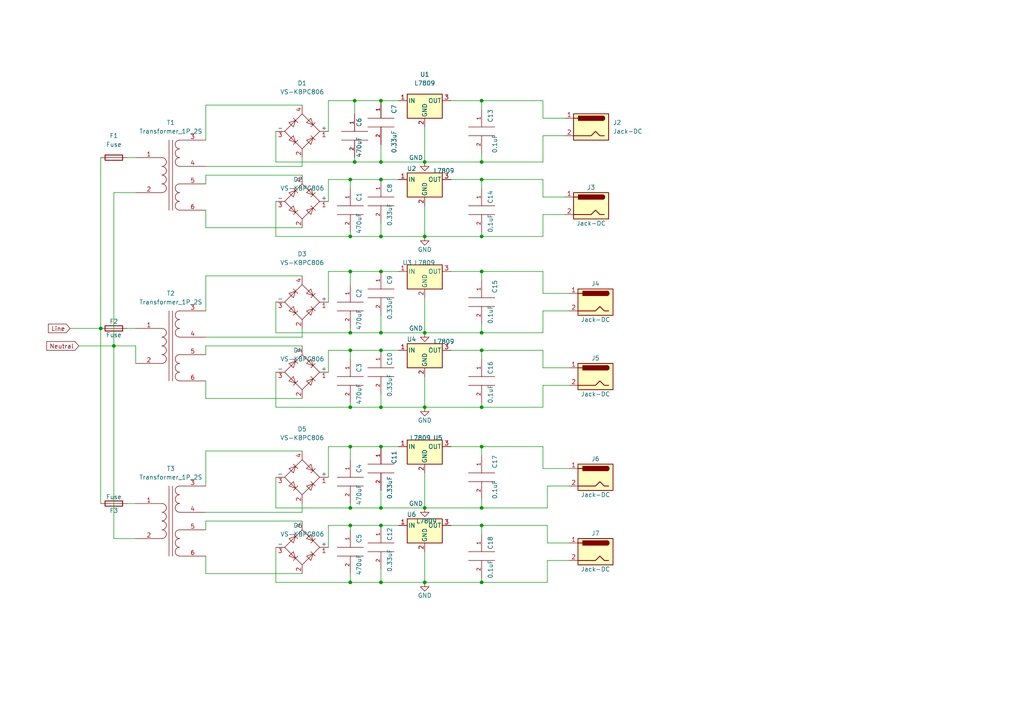
<source format=kicad_sch>
(kicad_sch (version 20211123) (generator eeschema)

  (uuid 58179272-58be-483c-b815-6688984217b3)

  (paper "A4")

  (lib_symbols
    (symbol "Connector:Jack-DC" (pin_names (offset 1.016)) (in_bom yes) (on_board yes)
      (property "Reference" "J" (id 0) (at 0 5.334 0)
        (effects (font (size 1.27 1.27)))
      )
      (property "Value" "Jack-DC" (id 1) (at 0 -5.08 0)
        (effects (font (size 1.27 1.27)))
      )
      (property "Footprint" "" (id 2) (at 1.27 -1.016 0)
        (effects (font (size 1.27 1.27)) hide)
      )
      (property "Datasheet" "~" (id 3) (at 1.27 -1.016 0)
        (effects (font (size 1.27 1.27)) hide)
      )
      (property "ki_keywords" "DC power barrel jack connector" (id 4) (at 0 0 0)
        (effects (font (size 1.27 1.27)) hide)
      )
      (property "ki_description" "DC Barrel Jack" (id 5) (at 0 0 0)
        (effects (font (size 1.27 1.27)) hide)
      )
      (property "ki_fp_filters" "BarrelJack*" (id 6) (at 0 0 0)
        (effects (font (size 1.27 1.27)) hide)
      )
      (symbol "Jack-DC_0_1"
        (rectangle (start -5.08 3.81) (end 5.08 -3.81)
          (stroke (width 0.254) (type default) (color 0 0 0 0))
          (fill (type background))
        )
        (arc (start -3.302 3.175) (mid -3.937 2.54) (end -3.302 1.905)
          (stroke (width 0.254) (type default) (color 0 0 0 0))
          (fill (type none))
        )
        (arc (start -3.302 3.175) (mid -3.937 2.54) (end -3.302 1.905)
          (stroke (width 0.254) (type default) (color 0 0 0 0))
          (fill (type outline))
        )
        (polyline
          (pts
            (xy 5.08 2.54)
            (xy 3.81 2.54)
          )
          (stroke (width 0.254) (type default) (color 0 0 0 0))
          (fill (type none))
        )
        (polyline
          (pts
            (xy -3.81 -2.54)
            (xy -2.54 -2.54)
            (xy -1.27 -1.27)
            (xy 0 -2.54)
            (xy 2.54 -2.54)
            (xy 5.08 -2.54)
          )
          (stroke (width 0.254) (type default) (color 0 0 0 0))
          (fill (type none))
        )
        (rectangle (start 3.683 3.175) (end -3.302 1.905)
          (stroke (width 0.254) (type default) (color 0 0 0 0))
          (fill (type outline))
        )
      )
      (symbol "Jack-DC_1_1"
        (pin passive line (at 7.62 2.54 180) (length 2.54)
          (name "~" (effects (font (size 1.27 1.27))))
          (number "1" (effects (font (size 1.27 1.27))))
        )
        (pin passive line (at 7.62 -2.54 180) (length 2.54)
          (name "~" (effects (font (size 1.27 1.27))))
          (number "2" (effects (font (size 1.27 1.27))))
        )
      )
    )
    (symbol "Device:Fuse" (pin_numbers hide) (pin_names (offset 0)) (in_bom yes) (on_board yes)
      (property "Reference" "F" (id 0) (at 2.032 0 90)
        (effects (font (size 1.27 1.27)))
      )
      (property "Value" "Fuse" (id 1) (at -1.905 0 90)
        (effects (font (size 1.27 1.27)))
      )
      (property "Footprint" "" (id 2) (at -1.778 0 90)
        (effects (font (size 1.27 1.27)) hide)
      )
      (property "Datasheet" "~" (id 3) (at 0 0 0)
        (effects (font (size 1.27 1.27)) hide)
      )
      (property "ki_keywords" "fuse" (id 4) (at 0 0 0)
        (effects (font (size 1.27 1.27)) hide)
      )
      (property "ki_description" "Fuse" (id 5) (at 0 0 0)
        (effects (font (size 1.27 1.27)) hide)
      )
      (property "ki_fp_filters" "*Fuse*" (id 6) (at 0 0 0)
        (effects (font (size 1.27 1.27)) hide)
      )
      (symbol "Fuse_0_1"
        (rectangle (start -0.762 -2.54) (end 0.762 2.54)
          (stroke (width 0.254) (type default) (color 0 0 0 0))
          (fill (type none))
        )
        (polyline
          (pts
            (xy 0 2.54)
            (xy 0 -2.54)
          )
          (stroke (width 0) (type default) (color 0 0 0 0))
          (fill (type none))
        )
      )
      (symbol "Fuse_1_1"
        (pin passive line (at 0 3.81 270) (length 1.27)
          (name "~" (effects (font (size 1.27 1.27))))
          (number "1" (effects (font (size 1.27 1.27))))
        )
        (pin passive line (at 0 -3.81 90) (length 1.27)
          (name "~" (effects (font (size 1.27 1.27))))
          (number "2" (effects (font (size 1.27 1.27))))
        )
      )
    )
    (symbol "Device:Transformer_1P_2S" (pin_names (offset 1.016) hide) (in_bom yes) (on_board yes)
      (property "Reference" "T" (id 0) (at 0 12.7 0)
        (effects (font (size 1.27 1.27)))
      )
      (property "Value" "Transformer_1P_2S" (id 1) (at 0 -12.7 0)
        (effects (font (size 1.27 1.27)))
      )
      (property "Footprint" "" (id 2) (at 0 0 0)
        (effects (font (size 1.27 1.27)) hide)
      )
      (property "Datasheet" "~" (id 3) (at 0 0 0)
        (effects (font (size 1.27 1.27)) hide)
      )
      (property "ki_keywords" "transformer coil magnet" (id 4) (at 0 0 0)
        (effects (font (size 1.27 1.27)) hide)
      )
      (property "ki_description" "Transformer, single primary, dual secondary" (id 5) (at 0 0 0)
        (effects (font (size 1.27 1.27)) hide)
      )
      (symbol "Transformer_1P_2S_0_1"
        (arc (start -2.54 -5.0546) (mid -1.6599 -4.6901) (end -1.27 -3.81)
          (stroke (width 0) (type default) (color 0 0 0 0))
          (fill (type none))
        )
        (arc (start -2.54 -2.5146) (mid -1.6599 -2.1501) (end -1.27 -1.27)
          (stroke (width 0) (type default) (color 0 0 0 0))
          (fill (type none))
        )
        (arc (start -2.54 0.0254) (mid -1.6599 0.3899) (end -1.27 1.27)
          (stroke (width 0) (type default) (color 0 0 0 0))
          (fill (type none))
        )
        (arc (start -2.54 2.5654) (mid -1.6599 2.9299) (end -1.27 3.81)
          (stroke (width 0) (type default) (color 0 0 0 0))
          (fill (type none))
        )
        (arc (start -1.27 -3.81) (mid -1.642 -2.912) (end -2.54 -2.54)
          (stroke (width 0) (type default) (color 0 0 0 0))
          (fill (type none))
        )
        (arc (start -1.27 -1.27) (mid -1.642 -0.372) (end -2.54 0)
          (stroke (width 0) (type default) (color 0 0 0 0))
          (fill (type none))
        )
        (arc (start -1.27 1.27) (mid -1.642 2.168) (end -2.54 2.54)
          (stroke (width 0) (type default) (color 0 0 0 0))
          (fill (type none))
        )
        (arc (start -1.27 3.81) (mid -1.642 4.708) (end -2.54 5.08)
          (stroke (width 0) (type default) (color 0 0 0 0))
          (fill (type none))
        )
        (polyline
          (pts
            (xy -0.508 -10.16)
            (xy -0.508 10.16)
          )
          (stroke (width 0) (type default) (color 0 0 0 0))
          (fill (type none))
        )
        (polyline
          (pts
            (xy 0.508 10.16)
            (xy 0.508 -10.16)
          )
          (stroke (width 0) (type default) (color 0 0 0 0))
          (fill (type none))
        )
        (arc (start 1.2954 -8.89) (mid 1.6599 -9.7701) (end 2.54 -10.1346)
          (stroke (width 0) (type default) (color 0 0 0 0))
          (fill (type none))
        )
        (arc (start 1.2954 -6.35) (mid 1.6599 -7.2301) (end 2.54 -7.5946)
          (stroke (width 0) (type default) (color 0 0 0 0))
          (fill (type none))
        )
        (arc (start 1.2954 -3.81) (mid 1.6599 -4.6901) (end 2.54 -5.0546)
          (stroke (width 0) (type default) (color 0 0 0 0))
          (fill (type none))
        )
        (arc (start 1.2954 3.81) (mid 1.6599 2.9299) (end 2.54 2.5654)
          (stroke (width 0) (type default) (color 0 0 0 0))
          (fill (type none))
        )
        (arc (start 1.2954 6.35) (mid 1.6599 5.4699) (end 2.54 5.1054)
          (stroke (width 0) (type default) (color 0 0 0 0))
          (fill (type none))
        )
        (arc (start 1.2954 8.89) (mid 1.6599 8.0099) (end 2.54 7.6454)
          (stroke (width 0) (type default) (color 0 0 0 0))
          (fill (type none))
        )
        (arc (start 2.54 -7.62) (mid 1.642 -7.992) (end 1.2954 -8.89)
          (stroke (width 0) (type default) (color 0 0 0 0))
          (fill (type none))
        )
        (arc (start 2.54 -5.08) (mid 1.642 -5.452) (end 1.2954 -6.35)
          (stroke (width 0) (type default) (color 0 0 0 0))
          (fill (type none))
        )
        (arc (start 2.54 -2.54) (mid 1.642 -2.912) (end 1.2954 -3.81)
          (stroke (width 0) (type default) (color 0 0 0 0))
          (fill (type none))
        )
        (arc (start 2.54 5.08) (mid 1.642 4.708) (end 1.2954 3.81)
          (stroke (width 0) (type default) (color 0 0 0 0))
          (fill (type none))
        )
        (arc (start 2.54 7.62) (mid 1.642 7.248) (end 1.2954 6.35)
          (stroke (width 0) (type default) (color 0 0 0 0))
          (fill (type none))
        )
        (arc (start 2.54 10.16) (mid 1.642 9.788) (end 1.2954 8.89)
          (stroke (width 0) (type default) (color 0 0 0 0))
          (fill (type none))
        )
      )
      (symbol "Transformer_1P_2S_1_1"
        (pin passive line (at -10.16 5.08 0) (length 7.62)
          (name "AA" (effects (font (size 1.27 1.27))))
          (number "1" (effects (font (size 1.27 1.27))))
        )
        (pin passive line (at -10.16 -5.08 0) (length 7.62)
          (name "AB" (effects (font (size 1.27 1.27))))
          (number "2" (effects (font (size 1.27 1.27))))
        )
        (pin passive line (at 10.16 10.16 180) (length 7.62)
          (name "SA" (effects (font (size 1.27 1.27))))
          (number "3" (effects (font (size 1.27 1.27))))
        )
        (pin passive line (at 10.16 2.54 180) (length 7.62)
          (name "SB" (effects (font (size 1.27 1.27))))
          (number "4" (effects (font (size 1.27 1.27))))
        )
        (pin passive line (at 10.16 -2.54 180) (length 7.62)
          (name "SC" (effects (font (size 1.27 1.27))))
          (number "5" (effects (font (size 1.27 1.27))))
        )
        (pin passive line (at 10.16 -10.16 180) (length 7.62)
          (name "SD" (effects (font (size 1.27 1.27))))
          (number "6" (effects (font (size 1.27 1.27))))
        )
      )
    )
    (symbol "Diode_Bridge:VS-KBPC806" (pin_names (offset 0)) (in_bom yes) (on_board yes)
      (property "Reference" "D" (id 0) (at 2.54 6.985 0)
        (effects (font (size 1.27 1.27)) (justify left))
      )
      (property "Value" "VS-KBPC806" (id 1) (at 2.54 5.08 0)
        (effects (font (size 1.27 1.27)) (justify left))
      )
      (property "Footprint" "Diode_THT:Diode_Bridge_Vishay_KBPC6" (id 2) (at 3.81 3.175 0)
        (effects (font (size 1.27 1.27)) (justify left) hide)
      )
      (property "Datasheet" "http://www.vishay.com/docs/93586/kbpc8series.pdf" (id 3) (at 0 0 0)
        (effects (font (size 1.27 1.27)) hide)
      )
      (property "ki_keywords" "rectifier acdc" (id 4) (at 0 0 0)
        (effects (font (size 1.27 1.27)) hide)
      )
      (property "ki_description" "Single-Phase Bridge Rectifier, 250V Vrms, 8.0A If, KBPC6 package" (id 5) (at 0 0 0)
        (effects (font (size 1.27 1.27)) hide)
      )
      (property "ki_fp_filters" "D*Bridge*Vishay*KBPC6*" (id 6) (at 0 0 0)
        (effects (font (size 1.27 1.27)) hide)
      )
      (symbol "VS-KBPC806_0_1"
        (polyline
          (pts
            (xy -2.54 3.81)
            (xy -1.27 2.54)
          )
          (stroke (width 0) (type default) (color 0 0 0 0))
          (fill (type none))
        )
        (polyline
          (pts
            (xy -1.27 -2.54)
            (xy -2.54 -3.81)
          )
          (stroke (width 0) (type default) (color 0 0 0 0))
          (fill (type none))
        )
        (polyline
          (pts
            (xy 2.54 -1.27)
            (xy 3.81 -2.54)
          )
          (stroke (width 0) (type default) (color 0 0 0 0))
          (fill (type none))
        )
        (polyline
          (pts
            (xy 2.54 1.27)
            (xy 3.81 2.54)
          )
          (stroke (width 0) (type default) (color 0 0 0 0))
          (fill (type none))
        )
        (polyline
          (pts
            (xy -3.81 2.54)
            (xy -2.54 1.27)
            (xy -1.905 3.175)
            (xy -3.81 2.54)
          )
          (stroke (width 0) (type default) (color 0 0 0 0))
          (fill (type none))
        )
        (polyline
          (pts
            (xy -2.54 -1.27)
            (xy -3.81 -2.54)
            (xy -1.905 -3.175)
            (xy -2.54 -1.27)
          )
          (stroke (width 0) (type default) (color 0 0 0 0))
          (fill (type none))
        )
        (polyline
          (pts
            (xy 1.27 2.54)
            (xy 2.54 3.81)
            (xy 3.175 1.905)
            (xy 1.27 2.54)
          )
          (stroke (width 0) (type default) (color 0 0 0 0))
          (fill (type none))
        )
        (polyline
          (pts
            (xy 3.175 -1.905)
            (xy 1.27 -2.54)
            (xy 2.54 -3.81)
            (xy 3.175 -1.905)
          )
          (stroke (width 0) (type default) (color 0 0 0 0))
          (fill (type none))
        )
        (polyline
          (pts
            (xy -5.08 0)
            (xy 0 -5.08)
            (xy 5.08 0)
            (xy 0 5.08)
            (xy -5.08 0)
          )
          (stroke (width 0) (type default) (color 0 0 0 0))
          (fill (type none))
        )
      )
      (symbol "VS-KBPC806_1_1"
        (pin passive line (at 7.62 0 180) (length 2.54)
          (name "+" (effects (font (size 1.27 1.27))))
          (number "1" (effects (font (size 1.27 1.27))))
        )
        (pin passive line (at 0 -7.62 90) (length 2.54)
          (name "~" (effects (font (size 1.27 1.27))))
          (number "2" (effects (font (size 1.27 1.27))))
        )
        (pin passive line (at -7.62 0 0) (length 2.54)
          (name "-" (effects (font (size 1.27 1.27))))
          (number "3" (effects (font (size 1.27 1.27))))
        )
        (pin passive line (at 0 7.62 270) (length 2.54)
          (name "~" (effects (font (size 1.27 1.27))))
          (number "4" (effects (font (size 1.27 1.27))))
        )
      )
    )
    (symbol "Regulator_Linear:L7809" (pin_names (offset 0.254)) (in_bom yes) (on_board yes)
      (property "Reference" "U" (id 0) (at -3.81 3.175 0)
        (effects (font (size 1.27 1.27)))
      )
      (property "Value" "L7809" (id 1) (at 0 3.175 0)
        (effects (font (size 1.27 1.27)) (justify left))
      )
      (property "Footprint" "" (id 2) (at 0.635 -3.81 0)
        (effects (font (size 1.27 1.27) italic) (justify left) hide)
      )
      (property "Datasheet" "http://www.st.com/content/ccc/resource/technical/document/datasheet/41/4f/b3/b0/12/d4/47/88/CD00000444.pdf/files/CD00000444.pdf/jcr:content/translations/en.CD00000444.pdf" (id 3) (at 0 -1.27 0)
        (effects (font (size 1.27 1.27)) hide)
      )
      (property "ki_keywords" "Voltage Regulator 1.5A Positive" (id 4) (at 0 0 0)
        (effects (font (size 1.27 1.27)) hide)
      )
      (property "ki_description" "Positive 1.5A 35V Linear Regulator, Fixed Output 9V, TO-220/TO-263/TO-252" (id 5) (at 0 0 0)
        (effects (font (size 1.27 1.27)) hide)
      )
      (property "ki_fp_filters" "TO?252* TO?263* TO?220*" (id 6) (at 0 0 0)
        (effects (font (size 1.27 1.27)) hide)
      )
      (symbol "L7809_0_1"
        (rectangle (start -5.08 1.905) (end 5.08 -5.08)
          (stroke (width 0.254) (type default) (color 0 0 0 0))
          (fill (type background))
        )
      )
      (symbol "L7809_1_1"
        (pin power_in line (at -7.62 0 0) (length 2.54)
          (name "IN" (effects (font (size 1.27 1.27))))
          (number "1" (effects (font (size 1.27 1.27))))
        )
        (pin power_in line (at 0 -7.62 90) (length 2.54)
          (name "GND" (effects (font (size 1.27 1.27))))
          (number "2" (effects (font (size 1.27 1.27))))
        )
        (pin power_out line (at 7.62 0 180) (length 2.54)
          (name "OUT" (effects (font (size 1.27 1.27))))
          (number "3" (effects (font (size 1.27 1.27))))
        )
      )
    )
    (symbol "power:GND" (power) (pin_names (offset 0)) (in_bom yes) (on_board yes)
      (property "Reference" "#PWR" (id 0) (at 0 -6.35 0)
        (effects (font (size 1.27 1.27)) hide)
      )
      (property "Value" "GND" (id 1) (at 0 -3.81 0)
        (effects (font (size 1.27 1.27)))
      )
      (property "Footprint" "" (id 2) (at 0 0 0)
        (effects (font (size 1.27 1.27)) hide)
      )
      (property "Datasheet" "" (id 3) (at 0 0 0)
        (effects (font (size 1.27 1.27)) hide)
      )
      (property "ki_keywords" "power-flag" (id 4) (at 0 0 0)
        (effects (font (size 1.27 1.27)) hide)
      )
      (property "ki_description" "Power symbol creates a global label with name \"GND\" , ground" (id 5) (at 0 0 0)
        (effects (font (size 1.27 1.27)) hide)
      )
      (symbol "GND_0_1"
        (polyline
          (pts
            (xy 0 0)
            (xy 0 -1.27)
            (xy 1.27 -1.27)
            (xy 0 -2.54)
            (xy -1.27 -1.27)
            (xy 0 -1.27)
          )
          (stroke (width 0) (type default) (color 0 0 0 0))
          (fill (type none))
        )
      )
      (symbol "GND_1_1"
        (pin power_in line (at 0 0 270) (length 0) hide
          (name "GND" (effects (font (size 1.27 1.27))))
          (number "1" (effects (font (size 1.27 1.27))))
        )
      )
    )
    (symbol "pspice:CAP" (pin_names (offset 0.254)) (in_bom yes) (on_board yes)
      (property "Reference" "C" (id 0) (at 2.54 3.81 90)
        (effects (font (size 1.27 1.27)))
      )
      (property "Value" "CAP" (id 1) (at 2.54 -3.81 90)
        (effects (font (size 1.27 1.27)))
      )
      (property "Footprint" "" (id 2) (at 0 0 0)
        (effects (font (size 1.27 1.27)) hide)
      )
      (property "Datasheet" "~" (id 3) (at 0 0 0)
        (effects (font (size 1.27 1.27)) hide)
      )
      (property "ki_keywords" "simulation" (id 4) (at 0 0 0)
        (effects (font (size 1.27 1.27)) hide)
      )
      (property "ki_description" "Capacitor symbol for simulation only" (id 5) (at 0 0 0)
        (effects (font (size 1.27 1.27)) hide)
      )
      (symbol "CAP_0_1"
        (polyline
          (pts
            (xy -3.81 -1.27)
            (xy 3.81 -1.27)
          )
          (stroke (width 0) (type default) (color 0 0 0 0))
          (fill (type none))
        )
        (polyline
          (pts
            (xy -3.81 1.27)
            (xy 3.81 1.27)
          )
          (stroke (width 0) (type default) (color 0 0 0 0))
          (fill (type none))
        )
      )
      (symbol "CAP_1_1"
        (pin passive line (at 0 6.35 270) (length 5.08)
          (name "~" (effects (font (size 1.016 1.016))))
          (number "1" (effects (font (size 1.016 1.016))))
        )
        (pin passive line (at 0 -6.35 90) (length 5.08)
          (name "~" (effects (font (size 1.016 1.016))))
          (number "2" (effects (font (size 1.016 1.016))))
        )
      )
    )
  )

  (junction (at 123.19 168.91) (diameter 0) (color 0 0 0 0)
    (uuid 01b58c0c-213d-42f9-976d-2dc4e60346f1)
  )
  (junction (at 139.7 147.32) (diameter 0) (color 0 0 0 0)
    (uuid 05505a6f-f0ef-49c1-a390-f97f3999572b)
  )
  (junction (at 110.49 152.4) (diameter 0) (color 0 0 0 0)
    (uuid 1a736797-71a0-4728-97c1-d8d67e249411)
  )
  (junction (at 110.49 46.99) (diameter 0) (color 0 0 0 0)
    (uuid 1c4af00d-42e4-4b2c-89ad-0ab71cbe19d0)
  )
  (junction (at 110.49 129.54) (diameter 0) (color 0 0 0 0)
    (uuid 1d254300-4604-4bcb-9614-35b2ec876009)
  )
  (junction (at 139.7 118.11) (diameter 0) (color 0 0 0 0)
    (uuid 222df975-8ff3-49d9-8f88-4624852c98d6)
  )
  (junction (at 101.6 101.6) (diameter 0) (color 0 0 0 0)
    (uuid 2285294c-a41b-45ee-95e6-4fe6a49e0dcf)
  )
  (junction (at 139.7 29.21) (diameter 0) (color 0 0 0 0)
    (uuid 35c707c2-203b-4221-b19a-b318de692094)
  )
  (junction (at 110.49 78.74) (diameter 0) (color 0 0 0 0)
    (uuid 403ff69b-31b7-4e0e-9077-64c49f39e95c)
  )
  (junction (at 101.6 168.91) (diameter 0) (color 0 0 0 0)
    (uuid 40ac2302-a4b6-45f5-9b4e-a4978f3d08ae)
  )
  (junction (at 139.7 52.07) (diameter 0) (color 0 0 0 0)
    (uuid 42a0f9a0-681c-4b0f-98a1-cf138c6308db)
  )
  (junction (at 33.02 100.33) (diameter 0) (color 0 0 0 0)
    (uuid 4ac248db-ac87-4201-a39f-2bdee96e67ee)
  )
  (junction (at 110.49 96.52) (diameter 0) (color 0 0 0 0)
    (uuid 4ca13338-dfe1-43ad-8dac-cc6b5c387141)
  )
  (junction (at 101.6 78.74) (diameter 0) (color 0 0 0 0)
    (uuid 4f1e89df-1460-4f09-836d-4a0246ac6b7f)
  )
  (junction (at 110.49 118.11) (diameter 0) (color 0 0 0 0)
    (uuid 5527adee-81e6-497d-8658-1ef68ea49ace)
  )
  (junction (at 101.6 52.07) (diameter 0) (color 0 0 0 0)
    (uuid 64970021-fbd1-4493-82b0-77b304e84f03)
  )
  (junction (at 110.49 29.21) (diameter 0) (color 0 0 0 0)
    (uuid 68d959b6-c69c-4a2c-9856-0b9ffe92de7d)
  )
  (junction (at 123.19 46.99) (diameter 0) (color 0 0 0 0)
    (uuid 6f5af3b5-2274-437e-8574-eed16488dc55)
  )
  (junction (at 139.7 168.91) (diameter 0) (color 0 0 0 0)
    (uuid 7f89ce25-34b6-439e-aced-2dcde0520d87)
  )
  (junction (at 101.6 152.4) (diameter 0) (color 0 0 0 0)
    (uuid 9c8dcc9f-fbf6-4171-8845-2460df49fb71)
  )
  (junction (at 110.49 68.58) (diameter 0) (color 0 0 0 0)
    (uuid 9d30c61e-fb7d-4b09-95db-acbd60f5b676)
  )
  (junction (at 102.87 29.21) (diameter 0) (color 0 0 0 0)
    (uuid a0f3fd02-62fc-4933-a439-676c40fa5a8d)
  )
  (junction (at 101.6 68.58) (diameter 0) (color 0 0 0 0)
    (uuid a4385d99-7929-4c00-bafc-049cd22d3188)
  )
  (junction (at 139.7 78.74) (diameter 0) (color 0 0 0 0)
    (uuid aa4bba42-048d-4f42-99b1-93a4e7093c8e)
  )
  (junction (at 139.7 152.4) (diameter 0) (color 0 0 0 0)
    (uuid b101b8d9-6a13-45c0-afcc-a5ba4e49385a)
  )
  (junction (at 139.7 129.54) (diameter 0) (color 0 0 0 0)
    (uuid b6dcfda0-080a-4e12-aeb0-5055d2b7d9b9)
  )
  (junction (at 123.19 68.58) (diameter 0) (color 0 0 0 0)
    (uuid b72a558a-89cb-40a3-a593-16a81191ae98)
  )
  (junction (at 139.7 68.58) (diameter 0) (color 0 0 0 0)
    (uuid b98a85e6-7096-45e4-8bc1-5ba2218ee28c)
  )
  (junction (at 123.19 96.52) (diameter 0) (color 0 0 0 0)
    (uuid bb08984f-d074-4428-9771-3564e44f8571)
  )
  (junction (at 110.49 101.6) (diameter 0) (color 0 0 0 0)
    (uuid bc502361-3db4-441c-961c-098f6cffbaa1)
  )
  (junction (at 123.19 118.11) (diameter 0) (color 0 0 0 0)
    (uuid bd024c33-dec7-480c-8637-7d9693a05ca0)
  )
  (junction (at 102.87 46.99) (diameter 0) (color 0 0 0 0)
    (uuid bfbbb81e-396b-4dce-bc97-39301d0294f2)
  )
  (junction (at 139.7 96.52) (diameter 0) (color 0 0 0 0)
    (uuid c3cff89d-32fa-4023-b698-889491bd085b)
  )
  (junction (at 101.6 118.11) (diameter 0) (color 0 0 0 0)
    (uuid cb1e4874-7c3c-4b82-a240-b1d35ca971c1)
  )
  (junction (at 123.19 147.32) (diameter 0) (color 0 0 0 0)
    (uuid ce8590cb-385b-4086-863a-a27be3b25363)
  )
  (junction (at 110.49 147.32) (diameter 0) (color 0 0 0 0)
    (uuid d734c817-bce1-4f33-9378-c8e1414b3c69)
  )
  (junction (at 139.7 46.99) (diameter 0) (color 0 0 0 0)
    (uuid daed761a-57c3-42bd-b60e-1f7d9cb3e8c0)
  )
  (junction (at 101.6 129.54) (diameter 0) (color 0 0 0 0)
    (uuid e39a8e34-cb6b-4c15-97b6-bed6bfa2c714)
  )
  (junction (at 101.6 147.32) (diameter 0) (color 0 0 0 0)
    (uuid eb8b5e13-e1e8-43b7-99ab-69b17932d7a6)
  )
  (junction (at 29.21 95.25) (diameter 0) (color 0 0 0 0)
    (uuid f37fe9b4-b2fe-4e81-83a6-4f49fe162f4c)
  )
  (junction (at 101.6 96.52) (diameter 0) (color 0 0 0 0)
    (uuid f4a6bd05-4f40-4f52-8f78-29da635044e1)
  )
  (junction (at 110.49 168.91) (diameter 0) (color 0 0 0 0)
    (uuid fb82b5bc-49d3-43b8-81d6-69e1e9981cf9)
  )
  (junction (at 139.7 101.6) (diameter 0) (color 0 0 0 0)
    (uuid fc6815a5-404f-4dd6-a840-b896ce977835)
  )
  (junction (at 110.49 52.07) (diameter 0) (color 0 0 0 0)
    (uuid fe06bce6-d0b0-4d44-90e2-9a4c8a8847d1)
  )

  (wire (pts (xy 101.6 67.31) (xy 101.6 68.58))
    (stroke (width 0) (type default) (color 0 0 0 0))
    (uuid 00aedffe-4a99-4dfa-8770-4360e7faa755)
  )
  (wire (pts (xy 95.25 107.95) (xy 95.25 101.6))
    (stroke (width 0) (type default) (color 0 0 0 0))
    (uuid 00ee3221-ca08-405d-b0ec-16a91fef69ac)
  )
  (wire (pts (xy 101.6 101.6) (xy 101.6 104.14))
    (stroke (width 0) (type default) (color 0 0 0 0))
    (uuid 06dd343b-821b-4891-a3a8-4e4304441de5)
  )
  (wire (pts (xy 101.6 96.52) (xy 110.49 96.52))
    (stroke (width 0) (type default) (color 0 0 0 0))
    (uuid 0816c31a-de3f-451e-b219-8112f3da1d88)
  )
  (wire (pts (xy 139.7 147.32) (xy 158.75 147.32))
    (stroke (width 0) (type default) (color 0 0 0 0))
    (uuid 08c743b4-82cd-43f3-b589-78bd32399110)
  )
  (wire (pts (xy 139.7 52.07) (xy 157.48 52.07))
    (stroke (width 0) (type default) (color 0 0 0 0))
    (uuid 09129698-35e1-42ca-a123-a1f6c0677c57)
  )
  (wire (pts (xy 33.02 100.33) (xy 33.02 156.21))
    (stroke (width 0) (type default) (color 0 0 0 0))
    (uuid 0b461fc1-35e5-4111-bcef-fd49c6105717)
  )
  (wire (pts (xy 59.69 50.8) (xy 59.69 53.34))
    (stroke (width 0) (type default) (color 0 0 0 0))
    (uuid 0eed6ba8-9eb9-4b56-b815-d53b39eccd2b)
  )
  (wire (pts (xy 158.75 168.91) (xy 158.75 162.56))
    (stroke (width 0) (type default) (color 0 0 0 0))
    (uuid 0f26d322-9a4b-4b7c-bba9-d9a8ec64e12b)
  )
  (wire (pts (xy 87.63 166.37) (xy 59.69 166.37))
    (stroke (width 0) (type default) (color 0 0 0 0))
    (uuid 10f88142-4da2-485f-be7f-08856356eb95)
  )
  (wire (pts (xy 87.63 148.59) (xy 87.63 146.05))
    (stroke (width 0) (type default) (color 0 0 0 0))
    (uuid 113f48b8-1db4-4e99-ab15-c2b13bee6266)
  )
  (wire (pts (xy 157.48 29.21) (xy 157.48 34.29))
    (stroke (width 0) (type default) (color 0 0 0 0))
    (uuid 126d46ff-fc03-4899-b035-5ff255874e2a)
  )
  (wire (pts (xy 157.48 78.74) (xy 157.48 85.09))
    (stroke (width 0) (type default) (color 0 0 0 0))
    (uuid 1292383a-ab53-44ac-9593-27180b21e46a)
  )
  (wire (pts (xy 59.69 100.33) (xy 59.69 102.87))
    (stroke (width 0) (type default) (color 0 0 0 0))
    (uuid 16a09949-2bc9-4f97-98eb-415bcba92725)
  )
  (wire (pts (xy 59.69 97.79) (xy 87.63 97.79))
    (stroke (width 0) (type default) (color 0 0 0 0))
    (uuid 175357a7-df24-4475-b683-60bc65e1dbd4)
  )
  (wire (pts (xy 80.01 147.32) (xy 101.6 147.32))
    (stroke (width 0) (type default) (color 0 0 0 0))
    (uuid 184d4448-a7f0-415e-a364-909e63e25043)
  )
  (wire (pts (xy 101.6 95.25) (xy 101.6 96.52))
    (stroke (width 0) (type default) (color 0 0 0 0))
    (uuid 187a64b8-fb48-47cd-b293-7f3645e64487)
  )
  (wire (pts (xy 87.63 30.48) (xy 59.69 30.48))
    (stroke (width 0) (type default) (color 0 0 0 0))
    (uuid 1a14ec31-8de6-4cc6-a89a-05090d5a26b4)
  )
  (wire (pts (xy 95.25 52.07) (xy 101.6 52.07))
    (stroke (width 0) (type default) (color 0 0 0 0))
    (uuid 1b3b77e4-f671-4682-a9f2-f8e25639ecc6)
  )
  (wire (pts (xy 139.7 46.99) (xy 157.48 46.99))
    (stroke (width 0) (type default) (color 0 0 0 0))
    (uuid 1c16cc66-2761-4f17-bc0a-05a6fd91611f)
  )
  (wire (pts (xy 139.7 152.4) (xy 158.75 152.4))
    (stroke (width 0) (type default) (color 0 0 0 0))
    (uuid 1c3aa156-f774-4a01-8479-1186dff2738a)
  )
  (wire (pts (xy 110.49 118.11) (xy 110.49 114.3))
    (stroke (width 0) (type default) (color 0 0 0 0))
    (uuid 1c7b24be-09a7-4fc5-9022-b6fac63b8dbd)
  )
  (wire (pts (xy 29.21 95.25) (xy 29.21 146.05))
    (stroke (width 0) (type default) (color 0 0 0 0))
    (uuid 1c8ae439-874c-4e3f-bcb8-a76fe0c53ed3)
  )
  (wire (pts (xy 59.69 148.59) (xy 87.63 148.59))
    (stroke (width 0) (type default) (color 0 0 0 0))
    (uuid 1ca7d03b-22fd-417e-8be7-ff1aaf8463d4)
  )
  (wire (pts (xy 130.81 78.74) (xy 139.7 78.74))
    (stroke (width 0) (type default) (color 0 0 0 0))
    (uuid 1cd04a33-fa3d-4e6a-8ea9-e9c8d99ae6e5)
  )
  (wire (pts (xy 101.6 129.54) (xy 110.49 129.54))
    (stroke (width 0) (type default) (color 0 0 0 0))
    (uuid 2247ae38-982a-4803-927f-63309564247a)
  )
  (wire (pts (xy 101.6 146.05) (xy 101.6 147.32))
    (stroke (width 0) (type default) (color 0 0 0 0))
    (uuid 23f0952a-4c6d-481d-94c1-08f50be94fb5)
  )
  (wire (pts (xy 95.25 101.6) (xy 101.6 101.6))
    (stroke (width 0) (type default) (color 0 0 0 0))
    (uuid 245712c7-2016-4dc6-8392-792ba155deef)
  )
  (wire (pts (xy 101.6 101.6) (xy 110.49 101.6))
    (stroke (width 0) (type default) (color 0 0 0 0))
    (uuid 255e91ac-22fb-429a-a8f7-3e3f94085a90)
  )
  (wire (pts (xy 130.81 152.4) (xy 139.7 152.4))
    (stroke (width 0) (type default) (color 0 0 0 0))
    (uuid 25b837aa-7d76-48dd-827c-e428f5d5c4be)
  )
  (wire (pts (xy 157.48 101.6) (xy 157.48 106.68))
    (stroke (width 0) (type default) (color 0 0 0 0))
    (uuid 261ef60a-747b-43f2-a350-cbaa67a82c8d)
  )
  (wire (pts (xy 157.48 34.29) (xy 163.83 34.29))
    (stroke (width 0) (type default) (color 0 0 0 0))
    (uuid 265c24f2-37ed-4ccd-9876-e3b373283d3a)
  )
  (wire (pts (xy 139.7 52.07) (xy 139.7 54.61))
    (stroke (width 0) (type default) (color 0 0 0 0))
    (uuid 28f0b489-db80-475c-b502-abaa15bfdd0c)
  )
  (wire (pts (xy 123.19 96.52) (xy 139.7 96.52))
    (stroke (width 0) (type default) (color 0 0 0 0))
    (uuid 297d86ec-461a-4373-9376-cf8fb0a21819)
  )
  (wire (pts (xy 33.02 55.88) (xy 33.02 100.33))
    (stroke (width 0) (type default) (color 0 0 0 0))
    (uuid 2a2f7626-b444-4873-bf5b-c097b91feed8)
  )
  (wire (pts (xy 110.49 78.74) (xy 115.57 78.74))
    (stroke (width 0) (type default) (color 0 0 0 0))
    (uuid 2a689d4e-4392-454e-8bcf-f71ed962edd1)
  )
  (wire (pts (xy 80.01 96.52) (xy 101.6 96.52))
    (stroke (width 0) (type default) (color 0 0 0 0))
    (uuid 2e24d396-7177-415a-8ac8-f6046de55549)
  )
  (wire (pts (xy 158.75 147.32) (xy 158.75 140.97))
    (stroke (width 0) (type default) (color 0 0 0 0))
    (uuid 31012c02-a6b0-43b4-b4a0-4addda89c43e)
  )
  (wire (pts (xy 130.81 101.6) (xy 139.7 101.6))
    (stroke (width 0) (type default) (color 0 0 0 0))
    (uuid 32685d2c-ce2e-4032-b1eb-dd6be9399a79)
  )
  (wire (pts (xy 157.48 68.58) (xy 157.48 62.23))
    (stroke (width 0) (type default) (color 0 0 0 0))
    (uuid 328ffe29-087c-4961-a8e4-340126faa6b0)
  )
  (wire (pts (xy 158.75 152.4) (xy 158.75 157.48))
    (stroke (width 0) (type default) (color 0 0 0 0))
    (uuid 33a6d916-9757-4cec-978b-87e54cfa2aa7)
  )
  (wire (pts (xy 157.48 46.99) (xy 157.48 39.37))
    (stroke (width 0) (type default) (color 0 0 0 0))
    (uuid 3583c9c6-6bad-4928-bf6d-617fc3228c81)
  )
  (wire (pts (xy 139.7 101.6) (xy 139.7 104.14))
    (stroke (width 0) (type default) (color 0 0 0 0))
    (uuid 383e1a55-fd57-4f97-b0c8-cec821d88c03)
  )
  (wire (pts (xy 101.6 78.74) (xy 101.6 82.55))
    (stroke (width 0) (type default) (color 0 0 0 0))
    (uuid 38b90e01-1193-40b6-bbdd-3b721e83461e)
  )
  (wire (pts (xy 80.01 58.42) (xy 80.01 68.58))
    (stroke (width 0) (type default) (color 0 0 0 0))
    (uuid 3ab4f0ef-6774-4aef-9bb7-8c190403440a)
  )
  (wire (pts (xy 157.48 57.15) (xy 163.83 57.15))
    (stroke (width 0) (type default) (color 0 0 0 0))
    (uuid 3bc21a94-7e42-4e71-80a5-9f5abc5d47c2)
  )
  (wire (pts (xy 101.6 68.58) (xy 110.49 68.58))
    (stroke (width 0) (type default) (color 0 0 0 0))
    (uuid 3c47751e-1988-44d6-a903-369eda529893)
  )
  (wire (pts (xy 87.63 97.79) (xy 87.63 95.25))
    (stroke (width 0) (type default) (color 0 0 0 0))
    (uuid 3c6ff96f-a180-4693-80f0-eae1bf811a0b)
  )
  (wire (pts (xy 80.01 38.1) (xy 80.01 46.99))
    (stroke (width 0) (type default) (color 0 0 0 0))
    (uuid 402f8849-e731-40f2-b304-c6e5098484fc)
  )
  (wire (pts (xy 157.48 85.09) (xy 165.1 85.09))
    (stroke (width 0) (type default) (color 0 0 0 0))
    (uuid 40b68ae7-8f67-452f-8a5b-99aad86848bf)
  )
  (wire (pts (xy 101.6 152.4) (xy 101.6 153.67))
    (stroke (width 0) (type default) (color 0 0 0 0))
    (uuid 418b6bf3-e80b-479a-9651-3f681b5c5d29)
  )
  (wire (pts (xy 102.87 46.99) (xy 110.49 46.99))
    (stroke (width 0) (type default) (color 0 0 0 0))
    (uuid 41afc2a5-21ec-4d35-8318-c88652828f89)
  )
  (wire (pts (xy 123.19 160.02) (xy 123.19 168.91))
    (stroke (width 0) (type default) (color 0 0 0 0))
    (uuid 43503314-5876-4217-b790-f463569b3419)
  )
  (wire (pts (xy 157.48 96.52) (xy 157.48 90.17))
    (stroke (width 0) (type default) (color 0 0 0 0))
    (uuid 43ce82db-bfa5-45dd-a23a-9b6929c280d6)
  )
  (wire (pts (xy 101.6 52.07) (xy 101.6 54.61))
    (stroke (width 0) (type default) (color 0 0 0 0))
    (uuid 471c78e8-c3eb-420b-b8f9-8efd91577b38)
  )
  (wire (pts (xy 157.48 90.17) (xy 165.1 90.17))
    (stroke (width 0) (type default) (color 0 0 0 0))
    (uuid 48921045-92bb-4d45-89d5-638e070a8eaa)
  )
  (wire (pts (xy 123.19 147.32) (xy 110.49 147.32))
    (stroke (width 0) (type default) (color 0 0 0 0))
    (uuid 48a83363-3bce-4295-8644-bec131ab956c)
  )
  (wire (pts (xy 59.69 66.04) (xy 59.69 60.96))
    (stroke (width 0) (type default) (color 0 0 0 0))
    (uuid 49dbdaa2-3207-4d2f-9081-a7e9b045e19a)
  )
  (wire (pts (xy 95.25 129.54) (xy 101.6 129.54))
    (stroke (width 0) (type default) (color 0 0 0 0))
    (uuid 4a81697b-c6a8-4af5-94c5-985ea93aa4c4)
  )
  (wire (pts (xy 157.48 52.07) (xy 157.48 57.15))
    (stroke (width 0) (type default) (color 0 0 0 0))
    (uuid 4a8f47f6-6b76-4518-82a2-3b1140e47c8e)
  )
  (wire (pts (xy 139.7 129.54) (xy 139.7 132.08))
    (stroke (width 0) (type default) (color 0 0 0 0))
    (uuid 4c127d31-5241-4d0d-85cc-639bf666db49)
  )
  (wire (pts (xy 39.37 100.33) (xy 33.02 100.33))
    (stroke (width 0) (type default) (color 0 0 0 0))
    (uuid 4e5891d6-198d-4d5a-b46a-b66ff124b083)
  )
  (wire (pts (xy 139.7 129.54) (xy 157.48 129.54))
    (stroke (width 0) (type default) (color 0 0 0 0))
    (uuid 4e9bbf4b-8e50-4177-b1c8-8eca66247fdc)
  )
  (wire (pts (xy 80.01 46.99) (xy 102.87 46.99))
    (stroke (width 0) (type default) (color 0 0 0 0))
    (uuid 4fa09157-f736-464c-b6aa-63d91b860638)
  )
  (wire (pts (xy 80.01 118.11) (xy 101.6 118.11))
    (stroke (width 0) (type default) (color 0 0 0 0))
    (uuid 5451a48a-e74a-4fe2-9367-2058a3ab93be)
  )
  (wire (pts (xy 59.69 80.01) (xy 59.69 90.17))
    (stroke (width 0) (type default) (color 0 0 0 0))
    (uuid 55d8086a-e785-427a-910c-719184ea0262)
  )
  (wire (pts (xy 95.25 38.1) (xy 95.25 29.21))
    (stroke (width 0) (type default) (color 0 0 0 0))
    (uuid 5719f13b-d09b-48e1-9c91-42eaa2802d0c)
  )
  (wire (pts (xy 157.48 129.54) (xy 157.48 135.89))
    (stroke (width 0) (type default) (color 0 0 0 0))
    (uuid 5b3a7d99-85fe-4240-b028-51850c8e9f05)
  )
  (wire (pts (xy 139.7 116.84) (xy 139.7 118.11))
    (stroke (width 0) (type default) (color 0 0 0 0))
    (uuid 5b961379-85e4-46aa-b595-125acc8a77d1)
  )
  (wire (pts (xy 157.48 118.11) (xy 157.48 111.76))
    (stroke (width 0) (type default) (color 0 0 0 0))
    (uuid 5e7f3c4a-1e87-45db-9b28-43ea0f36f053)
  )
  (wire (pts (xy 20.32 95.25) (xy 29.21 95.25))
    (stroke (width 0) (type default) (color 0 0 0 0))
    (uuid 5ea4043e-0ee7-431c-a6e9-fcc95db69267)
  )
  (wire (pts (xy 139.7 96.52) (xy 157.48 96.52))
    (stroke (width 0) (type default) (color 0 0 0 0))
    (uuid 5f02ce9a-dcfd-4391-b890-febcc0f45990)
  )
  (wire (pts (xy 101.6 168.91) (xy 110.49 168.91))
    (stroke (width 0) (type default) (color 0 0 0 0))
    (uuid 5f89d540-cf7c-4ccf-ae27-09048ca45560)
  )
  (wire (pts (xy 95.25 78.74) (xy 101.6 78.74))
    (stroke (width 0) (type default) (color 0 0 0 0))
    (uuid 61124259-7149-4aa3-b64d-172425df9e3c)
  )
  (wire (pts (xy 59.69 48.26) (xy 87.63 48.26))
    (stroke (width 0) (type default) (color 0 0 0 0))
    (uuid 630b1ae7-5611-4d0a-82d0-849fa5d01ffb)
  )
  (wire (pts (xy 29.21 45.72) (xy 29.21 95.25))
    (stroke (width 0) (type default) (color 0 0 0 0))
    (uuid 6386216e-450c-4ac0-b18b-e4fd9969d71e)
  )
  (wire (pts (xy 110.49 147.32) (xy 110.49 142.24))
    (stroke (width 0) (type default) (color 0 0 0 0))
    (uuid 64647d59-74c6-487e-9166-3d7b5c14f6c2)
  )
  (wire (pts (xy 110.49 101.6) (xy 115.57 101.6))
    (stroke (width 0) (type default) (color 0 0 0 0))
    (uuid 65815abb-3494-48ab-a341-331e773eaea5)
  )
  (wire (pts (xy 123.19 118.11) (xy 139.7 118.11))
    (stroke (width 0) (type default) (color 0 0 0 0))
    (uuid 6cae7448-b1ad-4971-be54-24004928d448)
  )
  (wire (pts (xy 101.6 147.32) (xy 110.49 147.32))
    (stroke (width 0) (type default) (color 0 0 0 0))
    (uuid 6e6e91a7-72d6-4be5-b336-93d1ed0c6f75)
  )
  (wire (pts (xy 101.6 166.37) (xy 101.6 168.91))
    (stroke (width 0) (type default) (color 0 0 0 0))
    (uuid 6e79fd30-a376-4b29-a303-7369d32983c5)
  )
  (wire (pts (xy 59.69 30.48) (xy 59.69 40.64))
    (stroke (width 0) (type default) (color 0 0 0 0))
    (uuid 6fa4f016-db53-4655-a2e3-a754a3f887fa)
  )
  (wire (pts (xy 59.69 130.81) (xy 59.69 140.97))
    (stroke (width 0) (type default) (color 0 0 0 0))
    (uuid 749206f1-bfb5-41fb-a37a-a96d3bad3a24)
  )
  (wire (pts (xy 87.63 48.26) (xy 87.63 45.72))
    (stroke (width 0) (type default) (color 0 0 0 0))
    (uuid 756e3925-6ae2-4fea-85f3-44968c9bd987)
  )
  (wire (pts (xy 123.19 109.22) (xy 123.19 118.11))
    (stroke (width 0) (type default) (color 0 0 0 0))
    (uuid 76b1ebe0-9bcf-480c-a160-5c488e9f9f00)
  )
  (wire (pts (xy 80.01 107.95) (xy 80.01 118.11))
    (stroke (width 0) (type default) (color 0 0 0 0))
    (uuid 7774b296-943d-4dff-b4ec-49f41e1939bf)
  )
  (wire (pts (xy 123.19 46.99) (xy 139.7 46.99))
    (stroke (width 0) (type default) (color 0 0 0 0))
    (uuid 779abf6f-3573-4f68-8bf1-d6585c4b7742)
  )
  (wire (pts (xy 110.49 96.52) (xy 110.49 91.44))
    (stroke (width 0) (type default) (color 0 0 0 0))
    (uuid 789a30ef-3673-449f-8325-2d4e6c7ba507)
  )
  (wire (pts (xy 101.6 152.4) (xy 110.49 152.4))
    (stroke (width 0) (type default) (color 0 0 0 0))
    (uuid 79cff727-742a-4f64-a246-278160f77de2)
  )
  (wire (pts (xy 110.49 129.54) (xy 115.57 129.54))
    (stroke (width 0) (type default) (color 0 0 0 0))
    (uuid 815dd047-c912-4c0d-a0c3-a85cca64df70)
  )
  (wire (pts (xy 39.37 100.33) (xy 39.37 105.41))
    (stroke (width 0) (type default) (color 0 0 0 0))
    (uuid 81b4121c-7605-4dc3-8554-e93e5381d038)
  )
  (wire (pts (xy 101.6 52.07) (xy 110.49 52.07))
    (stroke (width 0) (type default) (color 0 0 0 0))
    (uuid 82348d0f-1ce0-40cf-85e5-61b514ada5dc)
  )
  (wire (pts (xy 80.01 158.75) (xy 80.01 168.91))
    (stroke (width 0) (type default) (color 0 0 0 0))
    (uuid 8335e325-c1da-4dcc-a61f-10986e56869e)
  )
  (wire (pts (xy 36.83 45.72) (xy 39.37 45.72))
    (stroke (width 0) (type default) (color 0 0 0 0))
    (uuid 869988ab-683f-4582-ad59-57696d61deab)
  )
  (wire (pts (xy 123.19 36.83) (xy 123.19 46.99))
    (stroke (width 0) (type default) (color 0 0 0 0))
    (uuid 86c87a69-81f0-4fb2-90da-6a3b5e2b0dc0)
  )
  (wire (pts (xy 130.81 29.21) (xy 139.7 29.21))
    (stroke (width 0) (type default) (color 0 0 0 0))
    (uuid 8a23f54b-2cb1-414c-a79e-d94155b2f335)
  )
  (wire (pts (xy 158.75 140.97) (xy 165.1 140.97))
    (stroke (width 0) (type default) (color 0 0 0 0))
    (uuid 8bb57521-39f0-4084-9b21-b354d567cc77)
  )
  (wire (pts (xy 87.63 100.33) (xy 59.69 100.33))
    (stroke (width 0) (type default) (color 0 0 0 0))
    (uuid 8bfa69d3-d618-4f12-bb74-81581eba0ea6)
  )
  (wire (pts (xy 80.01 87.63) (xy 80.01 96.52))
    (stroke (width 0) (type default) (color 0 0 0 0))
    (uuid 90acf4a8-d28f-4369-bf16-924d30265430)
  )
  (wire (pts (xy 101.6 78.74) (xy 110.49 78.74))
    (stroke (width 0) (type default) (color 0 0 0 0))
    (uuid 91f1ae6c-f13b-4737-8bf1-c24699407ced)
  )
  (wire (pts (xy 87.63 50.8) (xy 59.69 50.8))
    (stroke (width 0) (type default) (color 0 0 0 0))
    (uuid 9332028c-50ec-45c7-a370-09ad49363a04)
  )
  (wire (pts (xy 95.25 158.75) (xy 95.25 152.4))
    (stroke (width 0) (type default) (color 0 0 0 0))
    (uuid 93b7e87a-7ec1-4a06-a649-cdfe63ed790d)
  )
  (wire (pts (xy 101.6 116.84) (xy 101.6 118.11))
    (stroke (width 0) (type default) (color 0 0 0 0))
    (uuid 93de869f-62cb-43af-8319-7a14a07b7825)
  )
  (wire (pts (xy 95.25 29.21) (xy 102.87 29.21))
    (stroke (width 0) (type default) (color 0 0 0 0))
    (uuid 973cd15f-495a-40c6-bc04-bd947de12e04)
  )
  (wire (pts (xy 139.7 29.21) (xy 157.48 29.21))
    (stroke (width 0) (type default) (color 0 0 0 0))
    (uuid 97ae1c37-0cba-488c-986e-ee9f5abd25a2)
  )
  (wire (pts (xy 139.7 167.64) (xy 139.7 168.91))
    (stroke (width 0) (type default) (color 0 0 0 0))
    (uuid 9810954e-e9d5-4c4f-b1c1-04205c30684d)
  )
  (wire (pts (xy 95.25 58.42) (xy 95.25 52.07))
    (stroke (width 0) (type default) (color 0 0 0 0))
    (uuid 98d59a38-4d0b-47a4-8a17-7e59866154ae)
  )
  (wire (pts (xy 80.01 138.43) (xy 80.01 147.32))
    (stroke (width 0) (type default) (color 0 0 0 0))
    (uuid 9b96988f-f377-412c-987e-97e6eb668a94)
  )
  (wire (pts (xy 22.86 100.33) (xy 33.02 100.33))
    (stroke (width 0) (type default) (color 0 0 0 0))
    (uuid 9dea188b-7fbf-4beb-b03d-faec09eb13e1)
  )
  (wire (pts (xy 123.19 68.58) (xy 110.49 68.58))
    (stroke (width 0) (type default) (color 0 0 0 0))
    (uuid 9e8fc3c0-2dcf-434e-bf0f-4edc838df579)
  )
  (wire (pts (xy 158.75 157.48) (xy 165.1 157.48))
    (stroke (width 0) (type default) (color 0 0 0 0))
    (uuid a46c5a62-8e52-434d-95c6-fccc8771db24)
  )
  (wire (pts (xy 87.63 115.57) (xy 59.69 115.57))
    (stroke (width 0) (type default) (color 0 0 0 0))
    (uuid a66a060f-44fc-44e0-94f3-3b8e879e4b85)
  )
  (wire (pts (xy 157.48 106.68) (xy 165.1 106.68))
    (stroke (width 0) (type default) (color 0 0 0 0))
    (uuid a7257f3e-65a4-4057-942d-9f6365844377)
  )
  (wire (pts (xy 123.19 59.69) (xy 123.19 68.58))
    (stroke (width 0) (type default) (color 0 0 0 0))
    (uuid a9c43a76-662b-44ed-b0c6-d9bf771fe72f)
  )
  (wire (pts (xy 80.01 168.91) (xy 101.6 168.91))
    (stroke (width 0) (type default) (color 0 0 0 0))
    (uuid ad09e3df-ec20-47f9-83b0-d811c17d2d9c)
  )
  (wire (pts (xy 139.7 78.74) (xy 139.7 81.28))
    (stroke (width 0) (type default) (color 0 0 0 0))
    (uuid afc0c255-4d95-495c-bbc9-8a3dfbd32890)
  )
  (wire (pts (xy 139.7 152.4) (xy 139.7 154.94))
    (stroke (width 0) (type default) (color 0 0 0 0))
    (uuid b0d247dd-8eaa-473e-b82e-ae192b5b4fa7)
  )
  (wire (pts (xy 110.49 152.4) (xy 115.57 152.4))
    (stroke (width 0) (type default) (color 0 0 0 0))
    (uuid b16e7130-c1d4-47df-84ae-e4955d93fc78)
  )
  (wire (pts (xy 123.19 147.32) (xy 139.7 147.32))
    (stroke (width 0) (type default) (color 0 0 0 0))
    (uuid b3e808ab-9f7b-4747-a3be-eaa34bc9c740)
  )
  (wire (pts (xy 87.63 151.13) (xy 59.69 151.13))
    (stroke (width 0) (type default) (color 0 0 0 0))
    (uuid b63a08fd-3f24-48e7-917e-da9b6dd32b86)
  )
  (wire (pts (xy 139.7 101.6) (xy 157.48 101.6))
    (stroke (width 0) (type default) (color 0 0 0 0))
    (uuid b6f0dce7-08ca-4326-a5d4-4d0dbed84212)
  )
  (wire (pts (xy 139.7 168.91) (xy 158.75 168.91))
    (stroke (width 0) (type default) (color 0 0 0 0))
    (uuid b880a406-fcd0-47ac-ac81-518bd934b4c8)
  )
  (wire (pts (xy 130.81 52.07) (xy 139.7 52.07))
    (stroke (width 0) (type default) (color 0 0 0 0))
    (uuid bb29f749-c771-4a5e-a1f0-64bfa2fccc71)
  )
  (wire (pts (xy 123.19 68.58) (xy 139.7 68.58))
    (stroke (width 0) (type default) (color 0 0 0 0))
    (uuid bb333684-eac1-49d5-98dc-805c3c4588c1)
  )
  (wire (pts (xy 123.19 96.52) (xy 110.49 96.52))
    (stroke (width 0) (type default) (color 0 0 0 0))
    (uuid bbe33887-67c8-42a9-91d7-81929dba6ca2)
  )
  (wire (pts (xy 139.7 44.45) (xy 139.7 46.99))
    (stroke (width 0) (type default) (color 0 0 0 0))
    (uuid bc042ab0-585b-4b81-84f3-c83644b4d2db)
  )
  (wire (pts (xy 101.6 118.11) (xy 110.49 118.11))
    (stroke (width 0) (type default) (color 0 0 0 0))
    (uuid bd09a602-54b9-4764-b76a-ce44f4722bcb)
  )
  (wire (pts (xy 110.49 68.58) (xy 110.49 64.77))
    (stroke (width 0) (type default) (color 0 0 0 0))
    (uuid bd2c5cae-a252-401c-968a-f80372647a19)
  )
  (wire (pts (xy 110.49 52.07) (xy 115.57 52.07))
    (stroke (width 0) (type default) (color 0 0 0 0))
    (uuid bd6da089-ed11-4b16-9d47-a882120faa40)
  )
  (wire (pts (xy 123.19 86.36) (xy 123.19 96.52))
    (stroke (width 0) (type default) (color 0 0 0 0))
    (uuid be9a8ae1-b1ea-4136-bd63-3c40ec08ee63)
  )
  (wire (pts (xy 95.25 138.43) (xy 95.25 129.54))
    (stroke (width 0) (type default) (color 0 0 0 0))
    (uuid bea20a63-d2c5-4320-9aab-1ef3a8f803f4)
  )
  (wire (pts (xy 157.48 135.89) (xy 165.1 135.89))
    (stroke (width 0) (type default) (color 0 0 0 0))
    (uuid bf4df88a-385e-4f25-9e6f-8dac74e73733)
  )
  (wire (pts (xy 139.7 93.98) (xy 139.7 96.52))
    (stroke (width 0) (type default) (color 0 0 0 0))
    (uuid c2a2cb28-eb48-46e2-893f-39a09368b511)
  )
  (wire (pts (xy 59.69 166.37) (xy 59.69 161.29))
    (stroke (width 0) (type default) (color 0 0 0 0))
    (uuid c30aac4c-361c-443f-997f-c69a50eb3af6)
  )
  (wire (pts (xy 123.19 46.99) (xy 110.49 46.99))
    (stroke (width 0) (type default) (color 0 0 0 0))
    (uuid c38594d5-5580-434c-90a5-3d9431a42567)
  )
  (wire (pts (xy 139.7 68.58) (xy 157.48 68.58))
    (stroke (width 0) (type default) (color 0 0 0 0))
    (uuid c3a94a58-0649-4bc5-a43e-65eb99c97bd8)
  )
  (wire (pts (xy 101.6 129.54) (xy 101.6 133.35))
    (stroke (width 0) (type default) (color 0 0 0 0))
    (uuid c4a50150-0bca-4cc8-ab63-f8860e55683c)
  )
  (wire (pts (xy 130.81 129.54) (xy 139.7 129.54))
    (stroke (width 0) (type default) (color 0 0 0 0))
    (uuid c5e5ad27-b7fe-447f-b876-6ff9677e88e2)
  )
  (wire (pts (xy 139.7 144.78) (xy 139.7 147.32))
    (stroke (width 0) (type default) (color 0 0 0 0))
    (uuid c6963582-d54f-49d1-adc5-19730a8f1abd)
  )
  (wire (pts (xy 123.19 118.11) (xy 110.49 118.11))
    (stroke (width 0) (type default) (color 0 0 0 0))
    (uuid c7219a14-9fa2-4fb5-ad7d-236662908ceb)
  )
  (wire (pts (xy 139.7 118.11) (xy 157.48 118.11))
    (stroke (width 0) (type default) (color 0 0 0 0))
    (uuid c947fee1-410d-4563-ad18-f4e0c8845107)
  )
  (wire (pts (xy 139.7 29.21) (xy 139.7 31.75))
    (stroke (width 0) (type default) (color 0 0 0 0))
    (uuid ca117227-c400-4efc-96f3-ba7d5520915c)
  )
  (wire (pts (xy 87.63 66.04) (xy 59.69 66.04))
    (stroke (width 0) (type default) (color 0 0 0 0))
    (uuid cb0566ca-eade-4abd-8d36-c99969dfacd4)
  )
  (wire (pts (xy 36.83 146.05) (xy 39.37 146.05))
    (stroke (width 0) (type default) (color 0 0 0 0))
    (uuid cbccfb3f-8a20-40df-88cc-dc2206428f3d)
  )
  (wire (pts (xy 39.37 156.21) (xy 33.02 156.21))
    (stroke (width 0) (type default) (color 0 0 0 0))
    (uuid cc2cb3ef-ae75-48ad-95c6-47b3daca33b4)
  )
  (wire (pts (xy 157.48 62.23) (xy 163.83 62.23))
    (stroke (width 0) (type default) (color 0 0 0 0))
    (uuid d32dba86-f444-4b8c-9602-e700f3c48cf5)
  )
  (wire (pts (xy 59.69 151.13) (xy 59.69 153.67))
    (stroke (width 0) (type default) (color 0 0 0 0))
    (uuid d3a7eace-b637-4596-b301-98026b298217)
  )
  (wire (pts (xy 87.63 130.81) (xy 59.69 130.81))
    (stroke (width 0) (type default) (color 0 0 0 0))
    (uuid d8235a25-c610-4955-abb2-7f56fe8fd43f)
  )
  (wire (pts (xy 36.83 95.25) (xy 39.37 95.25))
    (stroke (width 0) (type default) (color 0 0 0 0))
    (uuid d994aa66-fbcb-4ef4-8092-39dd9450d604)
  )
  (wire (pts (xy 139.7 67.31) (xy 139.7 68.58))
    (stroke (width 0) (type default) (color 0 0 0 0))
    (uuid dbd29f84-60f1-4ba1-8a7f-6b0d02be5547)
  )
  (wire (pts (xy 157.48 111.76) (xy 165.1 111.76))
    (stroke (width 0) (type default) (color 0 0 0 0))
    (uuid dc5e5dc6-d767-4097-8bdd-b1e3a13949f3)
  )
  (wire (pts (xy 139.7 78.74) (xy 157.48 78.74))
    (stroke (width 0) (type default) (color 0 0 0 0))
    (uuid e2c35e61-e3e2-4ee3-9242-d0ea3ee9bb75)
  )
  (wire (pts (xy 110.49 46.99) (xy 110.49 41.91))
    (stroke (width 0) (type default) (color 0 0 0 0))
    (uuid e3af72a9-50b6-4da9-bb11-bc31cabff55c)
  )
  (wire (pts (xy 110.49 29.21) (xy 115.57 29.21))
    (stroke (width 0) (type default) (color 0 0 0 0))
    (uuid e650c9f6-52bd-4ad5-b957-33029be1e296)
  )
  (wire (pts (xy 80.01 68.58) (xy 101.6 68.58))
    (stroke (width 0) (type default) (color 0 0 0 0))
    (uuid e6c796d4-f902-478e-8f0d-0a09bc1d1151)
  )
  (wire (pts (xy 95.25 152.4) (xy 101.6 152.4))
    (stroke (width 0) (type default) (color 0 0 0 0))
    (uuid e732280e-770b-40d5-bb11-806daa155a03)
  )
  (wire (pts (xy 102.87 29.21) (xy 110.49 29.21))
    (stroke (width 0) (type default) (color 0 0 0 0))
    (uuid ea10cfa5-bb34-4570-8420-aec6beb7be91)
  )
  (wire (pts (xy 123.19 168.91) (xy 139.7 168.91))
    (stroke (width 0) (type default) (color 0 0 0 0))
    (uuid ea1abbf7-3787-4fd0-b998-2ec85491e1b9)
  )
  (wire (pts (xy 39.37 55.88) (xy 33.02 55.88))
    (stroke (width 0) (type default) (color 0 0 0 0))
    (uuid eb326f18-7886-4c2c-afbd-e76b41a5dd53)
  )
  (wire (pts (xy 59.69 115.57) (xy 59.69 110.49))
    (stroke (width 0) (type default) (color 0 0 0 0))
    (uuid f1305769-7da1-4839-9dbb-3d522fa8bf6c)
  )
  (wire (pts (xy 158.75 162.56) (xy 165.1 162.56))
    (stroke (width 0) (type default) (color 0 0 0 0))
    (uuid f192e292-60c8-4f4f-8664-6ced9e50145b)
  )
  (wire (pts (xy 102.87 29.21) (xy 102.87 33.02))
    (stroke (width 0) (type default) (color 0 0 0 0))
    (uuid f2dfa695-bc89-4aa5-91c5-a26597659b3b)
  )
  (wire (pts (xy 102.87 45.72) (xy 102.87 46.99))
    (stroke (width 0) (type default) (color 0 0 0 0))
    (uuid f4821714-73c4-472f-a5cf-88409a4713a1)
  )
  (wire (pts (xy 157.48 39.37) (xy 163.83 39.37))
    (stroke (width 0) (type default) (color 0 0 0 0))
    (uuid f7492416-6563-4d78-9e49-b772361d43ad)
  )
  (wire (pts (xy 123.19 137.16) (xy 123.19 147.32))
    (stroke (width 0) (type default) (color 0 0 0 0))
    (uuid f7719c92-1eba-454f-aa72-1c729240f51d)
  )
  (wire (pts (xy 123.19 168.91) (xy 110.49 168.91))
    (stroke (width 0) (type default) (color 0 0 0 0))
    (uuid f7b61033-0218-41e0-b56a-bcc6410b8acc)
  )
  (wire (pts (xy 95.25 87.63) (xy 95.25 78.74))
    (stroke (width 0) (type default) (color 0 0 0 0))
    (uuid fcb57e1f-d2e8-4491-939d-cebdb627e362)
  )
  (wire (pts (xy 110.49 168.91) (xy 110.49 165.1))
    (stroke (width 0) (type default) (color 0 0 0 0))
    (uuid fe27d8df-0c27-4f42-9798-1005f75177a4)
  )
  (wire (pts (xy 87.63 80.01) (xy 59.69 80.01))
    (stroke (width 0) (type default) (color 0 0 0 0))
    (uuid feb55c69-bcdc-4ba7-8d40-13136a09d5ef)
  )

  (global_label "Neutral" (shape input) (at 22.86 100.33 180) (fields_autoplaced)
    (effects (font (size 1.27 1.27)) (justify right))
    (uuid a4528713-87b5-4daf-8c91-775056b2dfca)
    (property "Intersheet References" "${INTERSHEET_REFS}" (id 0) (at 13.5526 100.2506 0)
      (effects (font (size 1.27 1.27)) (justify right) hide)
    )
  )
  (global_label "Line" (shape input) (at 20.32 95.25 180) (fields_autoplaced)
    (effects (font (size 1.27 1.27)) (justify right))
    (uuid b3bbf3b1-8906-4a99-a391-b9e7390fc07a)
    (property "Intersheet References" "${INTERSHEET_REFS}" (id 0) (at 14.0364 95.1706 0)
      (effects (font (size 1.27 1.27)) (justify right) hide)
    )
  )

  (symbol (lib_id "Connector:Jack-DC") (at 172.72 160.02 0) (mirror y) (unit 1)
    (in_bom yes) (on_board yes)
    (uuid 02cc0e8f-a4f0-469a-866c-66656522d041)
    (property "Reference" "J7" (id 0) (at 172.72 154.686 0))
    (property "Value" "Jack-DC" (id 1) (at 172.72 165.1 0))
    (property "Footprint" "Connector_BarrelJack:BarrelJack_SwitchcraftConxall_RAPC10U_Horizontal" (id 2) (at 171.45 161.036 0)
      (effects (font (size 1.27 1.27)) hide)
    )
    (property "Datasheet" "~" (id 3) (at 171.45 161.036 0)
      (effects (font (size 1.27 1.27)) hide)
    )
    (pin "1" (uuid 9198eef0-f1e6-44a2-ab0f-92b20ca7e7dc))
    (pin "2" (uuid e3ebd822-7474-428f-b420-ce514a0a2cc5))
  )

  (symbol (lib_id "pspice:CAP") (at 110.49 85.09 0) (unit 1)
    (in_bom yes) (on_board yes)
    (uuid 051ac7b4-1f62-4c88-b871-5d7e460d9f5c)
    (property "Reference" "C9" (id 0) (at 113.03 82.55 90)
      (effects (font (size 1.27 1.27)) (justify left))
    )
    (property "Value" "0.33uF" (id 1) (at 113.03 92.71 90)
      (effects (font (size 1.27 1.27)) (justify left))
    )
    (property "Footprint" "Capacitor_SMD:C_0504_1310Metric" (id 2) (at 110.49 85.09 0)
      (effects (font (size 1.27 1.27)) hide)
    )
    (property "Datasheet" "~" (id 3) (at 110.49 85.09 0)
      (effects (font (size 1.27 1.27)) hide)
    )
    (pin "1" (uuid c1677838-02f3-44a2-a508-5fbc67778abf))
    (pin "2" (uuid f2aea703-0591-4a62-b3c7-e6c79c6f3473))
  )

  (symbol (lib_id "pspice:CAP") (at 101.6 110.49 0) (unit 1)
    (in_bom yes) (on_board yes)
    (uuid 05f20e7e-9e11-46c6-a9ad-f507af800abd)
    (property "Reference" "C3" (id 0) (at 104.14 106.68 90))
    (property "Value" "470uF" (id 1) (at 104.14 114.3 90))
    (property "Footprint" "Capacitor_THT:CP_Radial_D8.0mm_P5.00mm" (id 2) (at 101.6 110.49 0)
      (effects (font (size 1.27 1.27)) hide)
    )
    (property "Datasheet" "~" (id 3) (at 101.6 110.49 0)
      (effects (font (size 1.27 1.27)) hide)
    )
    (pin "1" (uuid 7e4b36e7-8e3d-4fa6-ab76-8cf336476acb))
    (pin "2" (uuid f2044dad-2249-40c6-8b1e-fcf789d09212))
  )

  (symbol (lib_id "Connector:Jack-DC") (at 171.45 36.83 0) (mirror y) (unit 1)
    (in_bom yes) (on_board yes) (fields_autoplaced)
    (uuid 13121192-6e54-4d60-bc90-b28456f0a00a)
    (property "Reference" "J2" (id 0) (at 177.8 35.5599 0)
      (effects (font (size 1.27 1.27)) (justify right))
    )
    (property "Value" "Jack-DC" (id 1) (at 177.8 38.0999 0)
      (effects (font (size 1.27 1.27)) (justify right))
    )
    (property "Footprint" "Connector_BarrelJack:BarrelJack_SwitchcraftConxall_RAPC10U_Horizontal" (id 2) (at 170.18 37.846 0)
      (effects (font (size 1.27 1.27)) hide)
    )
    (property "Datasheet" "~" (id 3) (at 170.18 37.846 0)
      (effects (font (size 1.27 1.27)) hide)
    )
    (pin "1" (uuid 39831946-6098-4e0f-9acf-ac36a09b04e7))
    (pin "2" (uuid 26bad3ad-8e87-423a-85ff-b6581a0f5358))
  )

  (symbol (lib_id "pspice:CAP") (at 101.6 139.7 0) (unit 1)
    (in_bom yes) (on_board yes)
    (uuid 18d6564b-3c8b-42b5-92ef-bf594d0d3f1d)
    (property "Reference" "C4" (id 0) (at 104.14 135.89 90))
    (property "Value" "470uF" (id 1) (at 104.14 143.51 90))
    (property "Footprint" "Capacitor_THT:CP_Radial_D8.0mm_P5.00mm" (id 2) (at 101.6 139.7 0)
      (effects (font (size 1.27 1.27)) hide)
    )
    (property "Datasheet" "~" (id 3) (at 101.6 139.7 0)
      (effects (font (size 1.27 1.27)) hide)
    )
    (pin "1" (uuid 971d90a0-4fb7-4857-b1f4-e9b42303b387))
    (pin "2" (uuid f7cca4d0-2879-4cc9-8a6a-08490c4113a7))
  )

  (symbol (lib_id "Diode_Bridge:VS-KBPC806") (at 87.63 38.1 0) (unit 1)
    (in_bom yes) (on_board yes)
    (uuid 2cbebc2e-2fae-4378-a0e5-4cc5fce912ab)
    (property "Reference" "D1" (id 0) (at 87.63 24.13 0))
    (property "Value" "VS-KBPC806" (id 1) (at 87.63 26.67 0))
    (property "Footprint" "Diode_THT:Diode_Bridge_Vishay_KBPC6" (id 2) (at 91.44 34.925 0)
      (effects (font (size 1.27 1.27)) (justify left) hide)
    )
    (property "Datasheet" "http://www.vishay.com/docs/93586/kbpc8series.pdf" (id 3) (at 87.63 38.1 0)
      (effects (font (size 1.27 1.27)) hide)
    )
    (pin "1" (uuid ac3ffdfd-6696-40d0-94cc-5430fa3e5f9d))
    (pin "2" (uuid 6bda0e31-44d2-4743-8ad8-beba2658e84c))
    (pin "3" (uuid 407d3c09-1213-428c-b7af-2949430b0e44))
    (pin "4" (uuid ca509e76-e273-4fa1-b46d-47d4a8988f59))
  )

  (symbol (lib_id "Diode_Bridge:VS-KBPC806") (at 87.63 138.43 0) (unit 1)
    (in_bom yes) (on_board yes)
    (uuid 33dcb092-9a3d-4b97-be0c-a38c8b35ee99)
    (property "Reference" "D5" (id 0) (at 87.63 124.46 0))
    (property "Value" "VS-KBPC806" (id 1) (at 87.63 127 0))
    (property "Footprint" "Diode_THT:Diode_Bridge_Vishay_KBPC6" (id 2) (at 91.44 135.255 0)
      (effects (font (size 1.27 1.27)) (justify left) hide)
    )
    (property "Datasheet" "http://www.vishay.com/docs/93586/kbpc8series.pdf" (id 3) (at 87.63 138.43 0)
      (effects (font (size 1.27 1.27)) hide)
    )
    (pin "1" (uuid 4ce100cd-58b9-4770-9353-f24dd3bce863))
    (pin "2" (uuid 4ce9dcea-e336-4418-9b33-bfce908f85d6))
    (pin "3" (uuid c3a29e78-da88-4a4d-a0a8-37991c44849e))
    (pin "4" (uuid 608d7f0e-6ba6-4e9a-98f5-0688585e0c15))
  )

  (symbol (lib_id "power:GND") (at 123.19 147.32 0) (unit 1)
    (in_bom yes) (on_board yes)
    (uuid 3773f810-7f6d-43ff-a145-64eedc892396)
    (property "Reference" "#PWR05" (id 0) (at 123.19 153.67 0)
      (effects (font (size 1.27 1.27)) hide)
    )
    (property "Value" "GND" (id 1) (at 120.65 146.05 0))
    (property "Footprint" "" (id 2) (at 123.19 147.32 0)
      (effects (font (size 1.27 1.27)) hide)
    )
    (property "Datasheet" "" (id 3) (at 123.19 147.32 0)
      (effects (font (size 1.27 1.27)) hide)
    )
    (pin "1" (uuid e6aa59a8-cc8b-4514-8342-2183ff62767f))
  )

  (symbol (lib_id "Connector:Jack-DC") (at 172.72 87.63 0) (mirror y) (unit 1)
    (in_bom yes) (on_board yes)
    (uuid 39e8fb5a-174f-4f7b-be35-108861ac0c4c)
    (property "Reference" "J4" (id 0) (at 172.72 82.296 0))
    (property "Value" "Jack-DC" (id 1) (at 172.72 92.71 0))
    (property "Footprint" "Connector_BarrelJack:BarrelJack_SwitchcraftConxall_RAPC10U_Horizontal" (id 2) (at 171.45 88.646 0)
      (effects (font (size 1.27 1.27)) hide)
    )
    (property "Datasheet" "~" (id 3) (at 171.45 88.646 0)
      (effects (font (size 1.27 1.27)) hide)
    )
    (pin "1" (uuid 7a846e02-bb32-411e-81e5-d39170a6ba77))
    (pin "2" (uuid 194f082f-ae48-46e7-94f4-cc5620f0a065))
  )

  (symbol (lib_id "Regulator_Linear:L7809") (at 123.19 52.07 0) (unit 1)
    (in_bom yes) (on_board yes)
    (uuid 3aa2c760-446b-4bf7-be7a-5007c5d5cdc4)
    (property "Reference" "U2" (id 0) (at 119.38 48.895 0))
    (property "Value" "L7809" (id 1) (at 125.73 49.53 0)
      (effects (font (size 1.27 1.27)) (justify left))
    )
    (property "Footprint" "Package_TO_SOT_THT:TO-220-3_Vertical" (id 2) (at 123.825 55.88 0)
      (effects (font (size 1.27 1.27) italic) (justify left) hide)
    )
    (property "Datasheet" "http://www.st.com/content/ccc/resource/technical/document/datasheet/41/4f/b3/b0/12/d4/47/88/CD00000444.pdf/files/CD00000444.pdf/jcr:content/translations/en.CD00000444.pdf" (id 3) (at 123.19 53.34 0)
      (effects (font (size 1.27 1.27)) hide)
    )
    (pin "1" (uuid 5386344b-9283-43c9-b2f9-822ffe610671))
    (pin "2" (uuid f935557a-120e-4ecf-ba5a-a57813cc4e28))
    (pin "3" (uuid 48c66e40-76a6-4284-ae29-1d13d8f76ebe))
  )

  (symbol (lib_id "Diode_Bridge:VS-KBPC806") (at 87.63 87.63 0) (unit 1)
    (in_bom yes) (on_board yes)
    (uuid 3d81a7ee-14cb-49ce-8ba8-06c0b18b6bfc)
    (property "Reference" "D3" (id 0) (at 87.63 73.66 0))
    (property "Value" "VS-KBPC806" (id 1) (at 87.63 76.2 0))
    (property "Footprint" "Diode_THT:Diode_Bridge_Vishay_KBPC6" (id 2) (at 91.44 84.455 0)
      (effects (font (size 1.27 1.27)) (justify left) hide)
    )
    (property "Datasheet" "http://www.vishay.com/docs/93586/kbpc8series.pdf" (id 3) (at 87.63 87.63 0)
      (effects (font (size 1.27 1.27)) hide)
    )
    (pin "1" (uuid 0cc0acee-b4cf-40d0-9878-886c690c3fb0))
    (pin "2" (uuid 66684895-dec8-409f-8f59-2b4c36c1669a))
    (pin "3" (uuid 9fdaf3d7-8bd8-40cd-94c3-92476891b1f9))
    (pin "4" (uuid 36fb2a96-1e5f-4717-a513-678e44b0bcd3))
  )

  (symbol (lib_id "power:GND") (at 123.19 168.91 0) (unit 1)
    (in_bom yes) (on_board yes)
    (uuid 424ce96f-5ce8-4254-a817-c27e8e679aa0)
    (property "Reference" "#PWR06" (id 0) (at 123.19 175.26 0)
      (effects (font (size 1.27 1.27)) hide)
    )
    (property "Value" "GND" (id 1) (at 123.19 172.72 0))
    (property "Footprint" "" (id 2) (at 123.19 168.91 0)
      (effects (font (size 1.27 1.27)) hide)
    )
    (property "Datasheet" "" (id 3) (at 123.19 168.91 0)
      (effects (font (size 1.27 1.27)) hide)
    )
    (pin "1" (uuid 92a18949-1e85-4abc-9ab7-1ce23b64df4f))
  )

  (symbol (lib_id "Device:Transformer_1P_2S") (at 49.53 50.8 0) (unit 1)
    (in_bom yes) (on_board yes) (fields_autoplaced)
    (uuid 459d676a-2a35-424f-84fa-b63b17739a0c)
    (property "Reference" "T1" (id 0) (at 49.53 35.56 0))
    (property "Value" "Transformer_1P_2S" (id 1) (at 49.53 38.1 0))
    (property "Footprint" "Transformer_THT:Transformer_CHK_EI54-12VA_2xSec" (id 2) (at 49.53 50.8 0)
      (effects (font (size 1.27 1.27)) hide)
    )
    (property "Datasheet" "~" (id 3) (at 49.53 50.8 0)
      (effects (font (size 1.27 1.27)) hide)
    )
    (pin "1" (uuid 9033f989-6070-4d25-ae2f-4ad15378cb42))
    (pin "2" (uuid 40835298-3ded-403b-924c-bc3bbde00547))
    (pin "3" (uuid bf844137-85ac-4773-971e-bd5542c8aadb))
    (pin "4" (uuid 4b15cfaf-f6ee-4e81-9bf2-a0ff42ee77e0))
    (pin "5" (uuid 05a3cc5f-7ed6-42ca-b5f7-78b5ff6be766))
    (pin "6" (uuid 60180e97-3938-4528-b4cb-1f30a3130e6d))
  )

  (symbol (lib_id "Device:Transformer_1P_2S") (at 49.53 100.33 0) (unit 1)
    (in_bom yes) (on_board yes) (fields_autoplaced)
    (uuid 490ce79e-b898-4d69-b77f-cd1a6c50351a)
    (property "Reference" "T2" (id 0) (at 49.53 85.09 0))
    (property "Value" "Transformer_1P_2S" (id 1) (at 49.53 87.63 0))
    (property "Footprint" "Transformer_THT:Transformer_CHK_EI54-12VA_2xSec" (id 2) (at 49.53 100.33 0)
      (effects (font (size 1.27 1.27)) hide)
    )
    (property "Datasheet" "~" (id 3) (at 49.53 100.33 0)
      (effects (font (size 1.27 1.27)) hide)
    )
    (pin "1" (uuid 4a7101d0-500d-4d94-93ec-9fb03cf90566))
    (pin "2" (uuid c6e0431c-c3e0-48a8-a3be-f32739d2b14a))
    (pin "3" (uuid c92df1e3-98be-4dcd-aa55-615e6905cbc7))
    (pin "4" (uuid 43cbe375-d2aa-4f61-8855-e24c1ccef165))
    (pin "5" (uuid 0930b3f9-84f3-4718-af2b-97c609e1445b))
    (pin "6" (uuid 3679b20a-10a8-40b8-9a04-73bb6bc72a17))
  )

  (symbol (lib_id "pspice:CAP") (at 101.6 60.96 0) (unit 1)
    (in_bom yes) (on_board yes)
    (uuid 523e3887-8b71-4552-8ded-0c06e6d036a5)
    (property "Reference" "C1" (id 0) (at 104.14 57.15 90))
    (property "Value" "470uF" (id 1) (at 104.14 64.77 90))
    (property "Footprint" "Capacitor_THT:CP_Radial_D8.0mm_P5.00mm" (id 2) (at 101.6 60.96 0)
      (effects (font (size 1.27 1.27)) hide)
    )
    (property "Datasheet" "~" (id 3) (at 101.6 60.96 0)
      (effects (font (size 1.27 1.27)) hide)
    )
    (pin "1" (uuid 16232fc5-fbde-4616-a42e-add60798eec6))
    (pin "2" (uuid f567dcad-68a9-49a9-867c-59f5ee083eef))
  )

  (symbol (lib_id "Connector:Jack-DC") (at 172.72 109.22 0) (mirror y) (unit 1)
    (in_bom yes) (on_board yes)
    (uuid 52bb4520-de37-402c-8038-9cf1f0ae823b)
    (property "Reference" "J5" (id 0) (at 172.72 103.886 0))
    (property "Value" "Jack-DC" (id 1) (at 172.72 114.3 0))
    (property "Footprint" "Connector_BarrelJack:BarrelJack_SwitchcraftConxall_RAPC10U_Horizontal" (id 2) (at 171.45 110.236 0)
      (effects (font (size 1.27 1.27)) hide)
    )
    (property "Datasheet" "~" (id 3) (at 171.45 110.236 0)
      (effects (font (size 1.27 1.27)) hide)
    )
    (pin "1" (uuid 30f87c4a-985e-46a3-8a4e-cc2d78091458))
    (pin "2" (uuid a2eb5fcf-9b58-42b5-b7c4-15c2df026742))
  )

  (symbol (lib_id "power:GND") (at 123.19 96.52 0) (unit 1)
    (in_bom yes) (on_board yes)
    (uuid 538dcd9a-e6bf-4a17-8c2a-fb0a19ce917d)
    (property "Reference" "#PWR03" (id 0) (at 123.19 102.87 0)
      (effects (font (size 1.27 1.27)) hide)
    )
    (property "Value" "GND" (id 1) (at 120.65 95.25 0))
    (property "Footprint" "" (id 2) (at 123.19 96.52 0)
      (effects (font (size 1.27 1.27)) hide)
    )
    (property "Datasheet" "" (id 3) (at 123.19 96.52 0)
      (effects (font (size 1.27 1.27)) hide)
    )
    (pin "1" (uuid dbdf5307-6420-45a8-95a0-9ec0239529d4))
  )

  (symbol (lib_id "Regulator_Linear:L7809") (at 123.19 29.21 0) (unit 1)
    (in_bom yes) (on_board yes) (fields_autoplaced)
    (uuid 5e0f3eeb-b9bb-4f74-871c-141440a40114)
    (property "Reference" "U1" (id 0) (at 123.19 21.59 0))
    (property "Value" "L7809" (id 1) (at 123.19 24.13 0))
    (property "Footprint" "Package_TO_SOT_THT:TO-220-3_Vertical" (id 2) (at 123.825 33.02 0)
      (effects (font (size 1.27 1.27) italic) (justify left) hide)
    )
    (property "Datasheet" "http://www.st.com/content/ccc/resource/technical/document/datasheet/41/4f/b3/b0/12/d4/47/88/CD00000444.pdf/files/CD00000444.pdf/jcr:content/translations/en.CD00000444.pdf" (id 3) (at 123.19 30.48 0)
      (effects (font (size 1.27 1.27)) hide)
    )
    (pin "1" (uuid ddee5365-d5fa-4ca3-a9da-422f99a7a483))
    (pin "2" (uuid 585b6d8d-f2bf-4574-92e4-392d97496fc7))
    (pin "3" (uuid b2557fe6-bd3d-4912-af7d-3a98707391da))
  )

  (symbol (lib_id "pspice:CAP") (at 101.6 160.02 0) (unit 1)
    (in_bom yes) (on_board yes)
    (uuid 5f7b0d49-cb00-4004-9c3d-f5736e1c94c7)
    (property "Reference" "C5" (id 0) (at 104.14 156.21 90))
    (property "Value" "470uF" (id 1) (at 104.14 163.83 90))
    (property "Footprint" "Capacitor_THT:CP_Radial_D8.0mm_P5.00mm" (id 2) (at 101.6 160.02 0)
      (effects (font (size 1.27 1.27)) hide)
    )
    (property "Datasheet" "~" (id 3) (at 101.6 160.02 0)
      (effects (font (size 1.27 1.27)) hide)
    )
    (pin "1" (uuid e90adb19-02b3-4080-8666-a46edd755586))
    (pin "2" (uuid 861fac75-1eee-48cf-b568-c257bd5150c1))
  )

  (symbol (lib_id "power:GND") (at 123.19 118.11 0) (unit 1)
    (in_bom yes) (on_board yes)
    (uuid 703abf58-888e-4425-80e4-9a426ee15e44)
    (property "Reference" "#PWR04" (id 0) (at 123.19 124.46 0)
      (effects (font (size 1.27 1.27)) hide)
    )
    (property "Value" "GND" (id 1) (at 123.19 121.92 0))
    (property "Footprint" "" (id 2) (at 123.19 118.11 0)
      (effects (font (size 1.27 1.27)) hide)
    )
    (property "Datasheet" "" (id 3) (at 123.19 118.11 0)
      (effects (font (size 1.27 1.27)) hide)
    )
    (pin "1" (uuid c13d5925-455f-4bdf-86f4-3474476c84ee))
  )

  (symbol (lib_id "Device:Transformer_1P_2S") (at 49.53 151.13 0) (unit 1)
    (in_bom yes) (on_board yes) (fields_autoplaced)
    (uuid 82b9275c-711b-4294-a8ed-ce9f9889c873)
    (property "Reference" "T3" (id 0) (at 49.53 135.89 0))
    (property "Value" "Transformer_1P_2S" (id 1) (at 49.53 138.43 0))
    (property "Footprint" "Transformer_THT:Transformer_CHK_EI54-12VA_2xSec" (id 2) (at 49.53 151.13 0)
      (effects (font (size 1.27 1.27)) hide)
    )
    (property "Datasheet" "~" (id 3) (at 49.53 151.13 0)
      (effects (font (size 1.27 1.27)) hide)
    )
    (pin "1" (uuid 2ce21d66-1b66-4a7c-b048-b9805f2be758))
    (pin "2" (uuid 24f51c89-f40d-46d9-aa63-5dc0eabef932))
    (pin "3" (uuid 48bbaca3-572b-45b0-8a5d-120d5249115d))
    (pin "4" (uuid 24888b85-bab9-4758-b4ad-34490724567c))
    (pin "5" (uuid 120809d6-2104-4f59-8475-5efa2946d94e))
    (pin "6" (uuid c9ff0d42-5a92-47ef-8c6a-09274b987ad1))
  )

  (symbol (lib_id "pspice:CAP") (at 110.49 135.89 0) (unit 1)
    (in_bom yes) (on_board yes)
    (uuid 884c18ac-843b-4491-9911-a522e4e0cbad)
    (property "Reference" "C11" (id 0) (at 114.3 134.62 90)
      (effects (font (size 1.27 1.27)) (justify left))
    )
    (property "Value" "0.33uF" (id 1) (at 113.03 144.78 90)
      (effects (font (size 1.27 1.27)) (justify left))
    )
    (property "Footprint" "Capacitor_SMD:C_0504_1310Metric" (id 2) (at 110.49 135.89 0)
      (effects (font (size 1.27 1.27)) hide)
    )
    (property "Datasheet" "~" (id 3) (at 110.49 135.89 0)
      (effects (font (size 1.27 1.27)) hide)
    )
    (pin "1" (uuid 62301c79-c518-4eb8-bb54-c58bbc47c9b9))
    (pin "2" (uuid dfd913ad-8485-418f-b6a1-8780f1ba791c))
  )

  (symbol (lib_id "Diode_Bridge:VS-KBPC806") (at 87.63 107.95 0) (unit 1)
    (in_bom yes) (on_board yes)
    (uuid 8ae2a11a-9c5c-46e3-9a87-967abd10a682)
    (property "Reference" "D4" (id 0) (at 85.09 101.6 0)
      (effects (font (size 1.27 1.27)) (justify left))
    )
    (property "Value" "VS-KBPC806" (id 1) (at 81.28 104.14 0)
      (effects (font (size 1.27 1.27)) (justify left))
    )
    (property "Footprint" "Diode_THT:Diode_Bridge_Vishay_KBPC6" (id 2) (at 91.44 104.775 0)
      (effects (font (size 1.27 1.27)) (justify left) hide)
    )
    (property "Datasheet" "http://www.vishay.com/docs/93586/kbpc8series.pdf" (id 3) (at 87.63 107.95 0)
      (effects (font (size 1.27 1.27)) hide)
    )
    (pin "1" (uuid bcee24bd-828d-485a-823f-93df0397bd9e))
    (pin "2" (uuid 89f5c2db-d44f-4b6e-b730-f640579eeb54))
    (pin "3" (uuid b115029e-88c4-46cd-8abe-819cccbefeb5))
    (pin "4" (uuid cc2ceaaf-c059-45ab-953a-e8081cfc76e9))
  )

  (symbol (lib_id "pspice:CAP") (at 139.7 161.29 0) (unit 1)
    (in_bom yes) (on_board yes)
    (uuid 97a4731c-5eed-4f74-bef3-d2d4cabfc1c0)
    (property "Reference" "C18" (id 0) (at 142.24 157.48 90))
    (property "Value" "0.1uF" (id 1) (at 142.24 165.1 90))
    (property "Footprint" "Capacitor_SMD:C_0504_1310Metric" (id 2) (at 139.7 161.29 0)
      (effects (font (size 1.27 1.27)) hide)
    )
    (property "Datasheet" "~" (id 3) (at 139.7 161.29 0)
      (effects (font (size 1.27 1.27)) hide)
    )
    (pin "1" (uuid b0134552-915e-4ddf-a012-08c564c9fc27))
    (pin "2" (uuid 7372cc13-4876-4c8a-9f95-f9a41979324f))
  )

  (symbol (lib_id "pspice:CAP") (at 139.7 60.96 0) (unit 1)
    (in_bom yes) (on_board yes)
    (uuid 9c392c98-7c3e-4054-b942-98af53395e8a)
    (property "Reference" "C14" (id 0) (at 142.24 57.15 90))
    (property "Value" "0.1uF" (id 1) (at 142.24 64.77 90))
    (property "Footprint" "Capacitor_SMD:C_0504_1310Metric" (id 2) (at 139.7 60.96 0)
      (effects (font (size 1.27 1.27)) hide)
    )
    (property "Datasheet" "~" (id 3) (at 139.7 60.96 0)
      (effects (font (size 1.27 1.27)) hide)
    )
    (pin "1" (uuid e7353ad4-81c5-4257-9e12-87cbacfec6c3))
    (pin "2" (uuid 0573cc73-086b-4876-b2f4-150aeba23ac3))
  )

  (symbol (lib_id "Regulator_Linear:L7809") (at 123.19 129.54 0) (unit 1)
    (in_bom yes) (on_board yes)
    (uuid 9f8ef2df-0167-4b8a-a880-2ee02f7b21a1)
    (property "Reference" "U5" (id 0) (at 127 127 0))
    (property "Value" "L7809" (id 1) (at 121.92 127 0))
    (property "Footprint" "Package_TO_SOT_THT:TO-220-3_Vertical" (id 2) (at 123.825 133.35 0)
      (effects (font (size 1.27 1.27) italic) (justify left) hide)
    )
    (property "Datasheet" "http://www.st.com/content/ccc/resource/technical/document/datasheet/41/4f/b3/b0/12/d4/47/88/CD00000444.pdf/files/CD00000444.pdf/jcr:content/translations/en.CD00000444.pdf" (id 3) (at 123.19 130.81 0)
      (effects (font (size 1.27 1.27)) hide)
    )
    (pin "1" (uuid 2f540ffa-37ca-4586-8d9e-1b33110a80cc))
    (pin "2" (uuid 7ad9d036-bfd6-4724-a176-55a9333f41fe))
    (pin "3" (uuid 12c81a9c-960b-4726-8968-438af74bd166))
  )

  (symbol (lib_id "Device:Fuse") (at 33.02 45.72 90) (unit 1)
    (in_bom yes) (on_board yes) (fields_autoplaced)
    (uuid a573c300-1353-4c32-9734-9a8e038e30a7)
    (property "Reference" "F1" (id 0) (at 33.02 39.37 90))
    (property "Value" "Fuse" (id 1) (at 33.02 41.91 90))
    (property "Footprint" "Fuse:Fuse_Blade_Mini_directSolder" (id 2) (at 33.02 47.498 90)
      (effects (font (size 1.27 1.27)) hide)
    )
    (property "Datasheet" "~" (id 3) (at 33.02 45.72 0)
      (effects (font (size 1.27 1.27)) hide)
    )
    (pin "1" (uuid 3aed5a2d-7164-4329-a9e5-abe55e3ad19b))
    (pin "2" (uuid d94b3dd9-0fd4-4136-aae6-8f58d1fab160))
  )

  (symbol (lib_id "pspice:CAP") (at 110.49 58.42 0) (unit 1)
    (in_bom yes) (on_board yes)
    (uuid a787d316-09b6-4d85-bdfd-629a249a7004)
    (property "Reference" "C8" (id 0) (at 113.03 54.61 90))
    (property "Value" "0.33uF" (id 1) (at 113.03 62.23 90))
    (property "Footprint" "Capacitor_SMD:C_0504_1310Metric" (id 2) (at 110.49 58.42 0)
      (effects (font (size 1.27 1.27)) hide)
    )
    (property "Datasheet" "~" (id 3) (at 110.49 58.42 0)
      (effects (font (size 1.27 1.27)) hide)
    )
    (pin "1" (uuid 09612418-428e-4e10-ba55-98ce8ff22200))
    (pin "2" (uuid f5a769ca-110f-416a-8d9e-608a8805e491))
  )

  (symbol (lib_id "pspice:CAP") (at 110.49 158.75 0) (unit 1)
    (in_bom yes) (on_board yes)
    (uuid adda3472-9e21-4f59-82e2-7ee8a90d931f)
    (property "Reference" "C12" (id 0) (at 113.03 154.94 90))
    (property "Value" "0.33uF" (id 1) (at 113.03 162.56 90))
    (property "Footprint" "Capacitor_SMD:C_0504_1310Metric" (id 2) (at 110.49 158.75 0)
      (effects (font (size 1.27 1.27)) hide)
    )
    (property "Datasheet" "~" (id 3) (at 110.49 158.75 0)
      (effects (font (size 1.27 1.27)) hide)
    )
    (pin "1" (uuid 6dad29a6-0743-4960-83e2-e8d8d8228002))
    (pin "2" (uuid e221161a-2807-405b-882c-9b51b720b139))
  )

  (symbol (lib_id "Device:Fuse") (at 33.02 95.25 90) (unit 1)
    (in_bom yes) (on_board yes)
    (uuid afe0196b-2724-42cd-99c9-7a789139e91b)
    (property "Reference" "F2" (id 0) (at 33.02 93.218 90))
    (property "Value" "Fuse" (id 1) (at 33.02 97.155 90))
    (property "Footprint" "Fuse:Fuse_Blade_Mini_directSolder" (id 2) (at 33.02 97.028 90)
      (effects (font (size 1.27 1.27)) hide)
    )
    (property "Datasheet" "~" (id 3) (at 33.02 95.25 0)
      (effects (font (size 1.27 1.27)) hide)
    )
    (pin "1" (uuid 1787c2d3-7989-4dec-90ad-ad7451db09d4))
    (pin "2" (uuid 552c291f-2556-4f9d-bff4-04929e4284d7))
  )

  (symbol (lib_id "pspice:CAP") (at 110.49 35.56 0) (unit 1)
    (in_bom yes) (on_board yes)
    (uuid cb5d6ed6-25fc-46d4-8c92-65b18b25b1a4)
    (property "Reference" "C7" (id 0) (at 114.3 33.02 90)
      (effects (font (size 1.27 1.27)) (justify left))
    )
    (property "Value" "0.33uF" (id 1) (at 114.3 44.45 90)
      (effects (font (size 1.27 1.27)) (justify left))
    )
    (property "Footprint" "Capacitor_SMD:C_0504_1310Metric" (id 2) (at 110.49 35.56 0)
      (effects (font (size 1.27 1.27)) hide)
    )
    (property "Datasheet" "~" (id 3) (at 110.49 35.56 0)
      (effects (font (size 1.27 1.27)) hide)
    )
    (pin "1" (uuid 473ce5aa-982f-42a6-a866-dc603a7076da))
    (pin "2" (uuid ad8af781-a0a3-44d0-afb7-d39d7cdc295e))
  )

  (symbol (lib_id "power:GND") (at 123.19 46.99 0) (unit 1)
    (in_bom yes) (on_board yes)
    (uuid cbd46cde-33d7-41d8-8bbd-5492ffc0e2bb)
    (property "Reference" "#PWR01" (id 0) (at 123.19 53.34 0)
      (effects (font (size 1.27 1.27)) hide)
    )
    (property "Value" "GND" (id 1) (at 120.65 45.72 0))
    (property "Footprint" "" (id 2) (at 123.19 46.99 0)
      (effects (font (size 1.27 1.27)) hide)
    )
    (property "Datasheet" "" (id 3) (at 123.19 46.99 0)
      (effects (font (size 1.27 1.27)) hide)
    )
    (pin "1" (uuid 49d969ce-4f43-44f5-bba7-07218fc9e568))
  )

  (symbol (lib_id "Connector:Jack-DC") (at 172.72 138.43 0) (mirror y) (unit 1)
    (in_bom yes) (on_board yes)
    (uuid cdfcbc60-5354-4d62-9fdc-bf4ec17b22c6)
    (property "Reference" "J6" (id 0) (at 172.72 133.096 0))
    (property "Value" "Jack-DC" (id 1) (at 172.72 143.51 0))
    (property "Footprint" "Connector_BarrelJack:BarrelJack_SwitchcraftConxall_RAPC10U_Horizontal" (id 2) (at 171.45 139.446 0)
      (effects (font (size 1.27 1.27)) hide)
    )
    (property "Datasheet" "~" (id 3) (at 171.45 139.446 0)
      (effects (font (size 1.27 1.27)) hide)
    )
    (pin "1" (uuid 36ad27b1-fabe-4c35-aaa0-55a563f25009))
    (pin "2" (uuid 0ba16def-5593-4b1c-827d-787f8627536a))
  )

  (symbol (lib_id "Device:Fuse") (at 33.02 146.05 270) (unit 1)
    (in_bom yes) (on_board yes)
    (uuid cf78a25b-e849-40f5-b22e-687a20e7d3bf)
    (property "Reference" "F3" (id 0) (at 33.02 148.082 90))
    (property "Value" "Fuse" (id 1) (at 33.02 144.145 90))
    (property "Footprint" "Fuse:Fuse_Blade_Mini_directSolder" (id 2) (at 33.02 144.272 90)
      (effects (font (size 1.27 1.27)) hide)
    )
    (property "Datasheet" "~" (id 3) (at 33.02 146.05 0)
      (effects (font (size 1.27 1.27)) hide)
    )
    (pin "1" (uuid 81eae53b-894f-4c24-a035-6ebd556acb8a))
    (pin "2" (uuid 99d64bb2-d07d-41ea-a328-e5a025d66b65))
  )

  (symbol (lib_id "pspice:CAP") (at 139.7 110.49 0) (unit 1)
    (in_bom yes) (on_board yes)
    (uuid d1d4a9cb-5ec1-418e-8438-8ad301e88d06)
    (property "Reference" "C16" (id 0) (at 142.24 106.68 90))
    (property "Value" "0.1uF" (id 1) (at 142.24 114.3 90))
    (property "Footprint" "Capacitor_SMD:C_0504_1310Metric" (id 2) (at 139.7 110.49 0)
      (effects (font (size 1.27 1.27)) hide)
    )
    (property "Datasheet" "~" (id 3) (at 139.7 110.49 0)
      (effects (font (size 1.27 1.27)) hide)
    )
    (pin "1" (uuid 81c4fe2d-0013-4f49-b9b6-5879426a876c))
    (pin "2" (uuid 44931521-6b7d-4552-a872-f7d1eb1e95ba))
  )

  (symbol (lib_id "pspice:CAP") (at 102.87 39.37 0) (unit 1)
    (in_bom yes) (on_board yes)
    (uuid d4934360-edc3-41e0-b453-496e4968753f)
    (property "Reference" "C6" (id 0) (at 104.14 36.83 90)
      (effects (font (size 1.27 1.27)) (justify left))
    )
    (property "Value" "470uF" (id 1) (at 104.14 45.72 90)
      (effects (font (size 1.27 1.27)) (justify left))
    )
    (property "Footprint" "Capacitor_THT:CP_Radial_D8.0mm_P5.00mm" (id 2) (at 102.87 39.37 0)
      (effects (font (size 1.27 1.27)) hide)
    )
    (property "Datasheet" "~" (id 3) (at 102.87 39.37 0)
      (effects (font (size 1.27 1.27)) hide)
    )
    (pin "1" (uuid 2864b58d-11cb-4cf7-98c7-463b8b8c4743))
    (pin "2" (uuid 22734d6c-6ec3-4eec-a8d1-a0de1afa8065))
  )

  (symbol (lib_id "Regulator_Linear:L7809") (at 123.19 152.4 0) (unit 1)
    (in_bom yes) (on_board yes)
    (uuid d6525845-0d84-4ebd-a440-f6f6701a0e54)
    (property "Reference" "U6" (id 0) (at 119.38 149.225 0))
    (property "Value" "L7809" (id 1) (at 120.65 151.13 0)
      (effects (font (size 1.27 1.27)) (justify left))
    )
    (property "Footprint" "Package_TO_SOT_THT:TO-220-3_Vertical" (id 2) (at 123.825 156.21 0)
      (effects (font (size 1.27 1.27) italic) (justify left) hide)
    )
    (property "Datasheet" "http://www.st.com/content/ccc/resource/technical/document/datasheet/41/4f/b3/b0/12/d4/47/88/CD00000444.pdf/files/CD00000444.pdf/jcr:content/translations/en.CD00000444.pdf" (id 3) (at 123.19 153.67 0)
      (effects (font (size 1.27 1.27)) hide)
    )
    (pin "1" (uuid ca388c9f-762a-4508-858c-e360ed5e9755))
    (pin "2" (uuid a8e5eb81-12b8-491d-b92b-df0a233c584a))
    (pin "3" (uuid 496bf6cb-e222-46b7-89f8-05609e82253e))
  )

  (symbol (lib_id "power:GND") (at 123.19 68.58 0) (unit 1)
    (in_bom yes) (on_board yes)
    (uuid d6de5260-d702-4edb-b360-6c6ed26aeebd)
    (property "Reference" "#PWR02" (id 0) (at 123.19 74.93 0)
      (effects (font (size 1.27 1.27)) hide)
    )
    (property "Value" "GND" (id 1) (at 123.19 72.39 0))
    (property "Footprint" "" (id 2) (at 123.19 68.58 0)
      (effects (font (size 1.27 1.27)) hide)
    )
    (property "Datasheet" "" (id 3) (at 123.19 68.58 0)
      (effects (font (size 1.27 1.27)) hide)
    )
    (pin "1" (uuid 6eaff98a-c284-4e2e-9603-7c4c74ede1a4))
  )

  (symbol (lib_id "pspice:CAP") (at 139.7 87.63 0) (unit 1)
    (in_bom yes) (on_board yes)
    (uuid e65a6ee5-9bfb-4537-88be-15238bde980d)
    (property "Reference" "C15" (id 0) (at 143.51 85.09 90)
      (effects (font (size 1.27 1.27)) (justify left))
    )
    (property "Value" "0.1uF" (id 1) (at 142.24 93.98 90)
      (effects (font (size 1.27 1.27)) (justify left))
    )
    (property "Footprint" "Capacitor_SMD:C_0504_1310Metric" (id 2) (at 139.7 87.63 0)
      (effects (font (size 1.27 1.27)) hide)
    )
    (property "Datasheet" "~" (id 3) (at 139.7 87.63 0)
      (effects (font (size 1.27 1.27)) hide)
    )
    (pin "1" (uuid e69b2e7a-a200-4553-950d-3e37dd3bc940))
    (pin "2" (uuid d26a2b42-fe0c-49e3-8198-b7dc216cc057))
  )

  (symbol (lib_id "pspice:CAP") (at 139.7 138.43 0) (unit 1)
    (in_bom yes) (on_board yes)
    (uuid eae5c57d-96be-4ed3-87f9-daff4bf0ebda)
    (property "Reference" "C17" (id 0) (at 143.51 135.89 90)
      (effects (font (size 1.27 1.27)) (justify left))
    )
    (property "Value" "0.1uF" (id 1) (at 143.51 144.78 90)
      (effects (font (size 1.27 1.27)) (justify left))
    )
    (property "Footprint" "Capacitor_SMD:C_0504_1310Metric" (id 2) (at 139.7 138.43 0)
      (effects (font (size 1.27 1.27)) hide)
    )
    (property "Datasheet" "~" (id 3) (at 139.7 138.43 0)
      (effects (font (size 1.27 1.27)) hide)
    )
    (pin "1" (uuid 09d43592-5deb-429d-9449-e3920a7871f2))
    (pin "2" (uuid d943a6d7-834f-44d8-afc8-3767cf11cc59))
  )

  (symbol (lib_id "Diode_Bridge:VS-KBPC806") (at 87.63 158.75 0) (unit 1)
    (in_bom yes) (on_board yes)
    (uuid ec894de7-f433-4463-9d8e-23bb4ae87ffe)
    (property "Reference" "D6" (id 0) (at 85.09 152.4 0)
      (effects (font (size 1.27 1.27)) (justify left))
    )
    (property "Value" "VS-KBPC806" (id 1) (at 81.28 154.94 0)
      (effects (font (size 1.27 1.27)) (justify left))
    )
    (property "Footprint" "Diode_THT:Diode_Bridge_Vishay_KBPC6" (id 2) (at 91.44 155.575 0)
      (effects (font (size 1.27 1.27)) (justify left) hide)
    )
    (property "Datasheet" "http://www.vishay.com/docs/93586/kbpc8series.pdf" (id 3) (at 87.63 158.75 0)
      (effects (font (size 1.27 1.27)) hide)
    )
    (pin "1" (uuid aa374506-573b-4538-818e-64ec27830a4a))
    (pin "2" (uuid 1e3e1f60-2627-433b-918a-e92ed832e338))
    (pin "3" (uuid 1fb61cf4-1ef0-4f4d-8c56-b2540dfa2610))
    (pin "4" (uuid d7d1a027-07d2-422f-a802-d92c57e11221))
  )

  (symbol (lib_id "Regulator_Linear:L7809") (at 123.19 78.74 0) (unit 1)
    (in_bom yes) (on_board yes)
    (uuid ecc2df2c-386c-46f7-b5b0-b10db930f91a)
    (property "Reference" "U3" (id 0) (at 118.11 76.2 0))
    (property "Value" "L7809" (id 1) (at 123.19 76.2 0))
    (property "Footprint" "Package_TO_SOT_THT:TO-220-3_Vertical" (id 2) (at 123.825 82.55 0)
      (effects (font (size 1.27 1.27) italic) (justify left) hide)
    )
    (property "Datasheet" "http://www.st.com/content/ccc/resource/technical/document/datasheet/41/4f/b3/b0/12/d4/47/88/CD00000444.pdf/files/CD00000444.pdf/jcr:content/translations/en.CD00000444.pdf" (id 3) (at 123.19 80.01 0)
      (effects (font (size 1.27 1.27)) hide)
    )
    (pin "1" (uuid 60b53c48-8090-498e-ac55-f0aacd3311f7))
    (pin "2" (uuid c1e0d67f-8614-4f94-aa9e-674b468e3d9c))
    (pin "3" (uuid e6a62409-c6d4-492d-9a3d-02e98ca468dc))
  )

  (symbol (lib_id "pspice:CAP") (at 101.6 88.9 0) (unit 1)
    (in_bom yes) (on_board yes)
    (uuid ed68f140-1645-47af-8b89-dc7e7cbc03f0)
    (property "Reference" "C2" (id 0) (at 104.14 85.09 90))
    (property "Value" "470uF" (id 1) (at 104.14 92.71 90))
    (property "Footprint" "Capacitor_THT:CP_Radial_D8.0mm_P5.00mm" (id 2) (at 101.6 88.9 0)
      (effects (font (size 1.27 1.27)) hide)
    )
    (property "Datasheet" "~" (id 3) (at 101.6 88.9 0)
      (effects (font (size 1.27 1.27)) hide)
    )
    (pin "1" (uuid f3b248fb-f70e-430c-b582-f0f9851c5e69))
    (pin "2" (uuid 77e76b16-4ff2-4835-8128-f8b19ec5e7cb))
  )

  (symbol (lib_id "pspice:CAP") (at 139.7 38.1 0) (unit 1)
    (in_bom yes) (on_board yes)
    (uuid ee292bd6-fb94-4319-8b60-78a1219c6c32)
    (property "Reference" "C13" (id 0) (at 142.24 35.56 90)
      (effects (font (size 1.27 1.27)) (justify left))
    )
    (property "Value" "0.1uF" (id 1) (at 143.51 44.45 90)
      (effects (font (size 1.27 1.27)) (justify left))
    )
    (property "Footprint" "Capacitor_SMD:C_0504_1310Metric" (id 2) (at 139.7 38.1 0)
      (effects (font (size 1.27 1.27)) hide)
    )
    (property "Datasheet" "~" (id 3) (at 139.7 38.1 0)
      (effects (font (size 1.27 1.27)) hide)
    )
    (pin "1" (uuid 6f1006db-b0ef-451e-b4a1-1973f852e457))
    (pin "2" (uuid e64e29db-b1c3-4a5d-8c1a-90611e47d9a9))
  )

  (symbol (lib_id "Diode_Bridge:VS-KBPC806") (at 87.63 58.42 0) (unit 1)
    (in_bom yes) (on_board yes)
    (uuid f0f928cd-1f4a-4f04-8c64-3ee89dc0fe90)
    (property "Reference" "D2" (id 0) (at 85.09 52.07 0)
      (effects (font (size 1.27 1.27)) (justify left))
    )
    (property "Value" "VS-KBPC806" (id 1) (at 81.28 54.61 0)
      (effects (font (size 1.27 1.27)) (justify left))
    )
    (property "Footprint" "Diode_THT:Diode_Bridge_Vishay_KBPC6" (id 2) (at 91.44 55.245 0)
      (effects (font (size 1.27 1.27)) (justify left) hide)
    )
    (property "Datasheet" "http://www.vishay.com/docs/93586/kbpc8series.pdf" (id 3) (at 87.63 58.42 0)
      (effects (font (size 1.27 1.27)) hide)
    )
    (pin "1" (uuid 59d0a164-3683-46f7-9073-7c5959dee4d3))
    (pin "2" (uuid 60f9c4db-4f07-4664-9779-a7d763dee485))
    (pin "3" (uuid 6714ad8e-2a10-499e-9916-bfb35172956a))
    (pin "4" (uuid 4b17d278-1b67-40bc-8a33-70a6c3fe40a8))
  )

  (symbol (lib_id "pspice:CAP") (at 110.49 107.95 0) (unit 1)
    (in_bom yes) (on_board yes)
    (uuid f33e8721-695c-4f52-bc94-38e9b6d750ec)
    (property "Reference" "C10" (id 0) (at 113.03 104.14 90))
    (property "Value" "0.33uF" (id 1) (at 113.03 111.76 90))
    (property "Footprint" "Capacitor_SMD:C_0504_1310Metric" (id 2) (at 110.49 107.95 0)
      (effects (font (size 1.27 1.27)) hide)
    )
    (property "Datasheet" "~" (id 3) (at 110.49 107.95 0)
      (effects (font (size 1.27 1.27)) hide)
    )
    (pin "1" (uuid 1aadbe89-5712-46e1-b19b-e08bbe2dc1ce))
    (pin "2" (uuid e9c2d768-11c1-42b0-9d9a-257020c287e2))
  )

  (symbol (lib_id "Regulator_Linear:L7809") (at 123.19 101.6 0) (unit 1)
    (in_bom yes) (on_board yes)
    (uuid f4931a51-7873-4de1-9826-922e83e9f83b)
    (property "Reference" "U4" (id 0) (at 119.38 98.425 0))
    (property "Value" "L7809" (id 1) (at 125.73 99.06 0)
      (effects (font (size 1.27 1.27)) (justify left))
    )
    (property "Footprint" "Package_TO_SOT_THT:TO-220-3_Vertical" (id 2) (at 123.825 105.41 0)
      (effects (font (size 1.27 1.27) italic) (justify left) hide)
    )
    (property "Datasheet" "http://www.st.com/content/ccc/resource/technical/document/datasheet/41/4f/b3/b0/12/d4/47/88/CD00000444.pdf/files/CD00000444.pdf/jcr:content/translations/en.CD00000444.pdf" (id 3) (at 123.19 102.87 0)
      (effects (font (size 1.27 1.27)) hide)
    )
    (pin "1" (uuid b752c01c-3f43-4e93-87dd-eda369454716))
    (pin "2" (uuid 5bc7a25d-6b69-4ca4-9e87-225fb9bc9956))
    (pin "3" (uuid b3013433-4aff-44a6-b9aa-02f556747ed2))
  )

  (symbol (lib_id "Connector:Jack-DC") (at 171.45 59.69 0) (mirror y) (unit 1)
    (in_bom yes) (on_board yes)
    (uuid f9419f4c-23e5-4191-b157-63b40ef1fb40)
    (property "Reference" "J3" (id 0) (at 171.45 54.356 0))
    (property "Value" "Jack-DC" (id 1) (at 171.45 64.77 0))
    (property "Footprint" "Connector_BarrelJack:BarrelJack_SwitchcraftConxall_RAPC10U_Horizontal" (id 2) (at 170.18 60.706 0)
      (effects (font (size 1.27 1.27)) hide)
    )
    (property "Datasheet" "~" (id 3) (at 170.18 60.706 0)
      (effects (font (size 1.27 1.27)) hide)
    )
    (pin "1" (uuid 272230f4-ef26-4005-8a4d-f0a14236365d))
    (pin "2" (uuid cba01c99-0a0c-48db-b6df-3c5d2add6d18))
  )

  (sheet_instances
    (path "/" (page "1"))
  )

  (symbol_instances
    (path "/cbd46cde-33d7-41d8-8bbd-5492ffc0e2bb"
      (reference "#PWR01") (unit 1) (value "GND") (footprint "")
    )
    (path "/d6de5260-d702-4edb-b360-6c6ed26aeebd"
      (reference "#PWR02") (unit 1) (value "GND") (footprint "")
    )
    (path "/538dcd9a-e6bf-4a17-8c2a-fb0a19ce917d"
      (reference "#PWR03") (unit 1) (value "GND") (footprint "")
    )
    (path "/703abf58-888e-4425-80e4-9a426ee15e44"
      (reference "#PWR04") (unit 1) (value "GND") (footprint "")
    )
    (path "/3773f810-7f6d-43ff-a145-64eedc892396"
      (reference "#PWR05") (unit 1) (value "GND") (footprint "")
    )
    (path "/424ce96f-5ce8-4254-a817-c27e8e679aa0"
      (reference "#PWR06") (unit 1) (value "GND") (footprint "")
    )
    (path "/523e3887-8b71-4552-8ded-0c06e6d036a5"
      (reference "C1") (unit 1) (value "470uF") (footprint "Capacitor_THT:CP_Radial_D8.0mm_P5.00mm")
    )
    (path "/ed68f140-1645-47af-8b89-dc7e7cbc03f0"
      (reference "C2") (unit 1) (value "470uF") (footprint "Capacitor_THT:CP_Radial_D8.0mm_P5.00mm")
    )
    (path "/05f20e7e-9e11-46c6-a9ad-f507af800abd"
      (reference "C3") (unit 1) (value "470uF") (footprint "Capacitor_THT:CP_Radial_D8.0mm_P5.00mm")
    )
    (path "/18d6564b-3c8b-42b5-92ef-bf594d0d3f1d"
      (reference "C4") (unit 1) (value "470uF") (footprint "Capacitor_THT:CP_Radial_D8.0mm_P5.00mm")
    )
    (path "/5f7b0d49-cb00-4004-9c3d-f5736e1c94c7"
      (reference "C5") (unit 1) (value "470uF") (footprint "Capacitor_THT:CP_Radial_D8.0mm_P5.00mm")
    )
    (path "/d4934360-edc3-41e0-b453-496e4968753f"
      (reference "C6") (unit 1) (value "470uF") (footprint "Capacitor_THT:CP_Radial_D8.0mm_P5.00mm")
    )
    (path "/cb5d6ed6-25fc-46d4-8c92-65b18b25b1a4"
      (reference "C7") (unit 1) (value "0.33uF") (footprint "Capacitor_SMD:C_0504_1310Metric")
    )
    (path "/a787d316-09b6-4d85-bdfd-629a249a7004"
      (reference "C8") (unit 1) (value "0.33uF") (footprint "Capacitor_SMD:C_0504_1310Metric")
    )
    (path "/051ac7b4-1f62-4c88-b871-5d7e460d9f5c"
      (reference "C9") (unit 1) (value "0.33uF") (footprint "Capacitor_SMD:C_0504_1310Metric")
    )
    (path "/f33e8721-695c-4f52-bc94-38e9b6d750ec"
      (reference "C10") (unit 1) (value "0.33uF") (footprint "Capacitor_SMD:C_0504_1310Metric")
    )
    (path "/884c18ac-843b-4491-9911-a522e4e0cbad"
      (reference "C11") (unit 1) (value "0.33uF") (footprint "Capacitor_SMD:C_0504_1310Metric")
    )
    (path "/adda3472-9e21-4f59-82e2-7ee8a90d931f"
      (reference "C12") (unit 1) (value "0.33uF") (footprint "Capacitor_SMD:C_0504_1310Metric")
    )
    (path "/ee292bd6-fb94-4319-8b60-78a1219c6c32"
      (reference "C13") (unit 1) (value "0.1uF") (footprint "Capacitor_SMD:C_0504_1310Metric")
    )
    (path "/9c392c98-7c3e-4054-b942-98af53395e8a"
      (reference "C14") (unit 1) (value "0.1uF") (footprint "Capacitor_SMD:C_0504_1310Metric")
    )
    (path "/e65a6ee5-9bfb-4537-88be-15238bde980d"
      (reference "C15") (unit 1) (value "0.1uF") (footprint "Capacitor_SMD:C_0504_1310Metric")
    )
    (path "/d1d4a9cb-5ec1-418e-8438-8ad301e88d06"
      (reference "C16") (unit 1) (value "0.1uF") (footprint "Capacitor_SMD:C_0504_1310Metric")
    )
    (path "/eae5c57d-96be-4ed3-87f9-daff4bf0ebda"
      (reference "C17") (unit 1) (value "0.1uF") (footprint "Capacitor_SMD:C_0504_1310Metric")
    )
    (path "/97a4731c-5eed-4f74-bef3-d2d4cabfc1c0"
      (reference "C18") (unit 1) (value "0.1uF") (footprint "Capacitor_SMD:C_0504_1310Metric")
    )
    (path "/2cbebc2e-2fae-4378-a0e5-4cc5fce912ab"
      (reference "D1") (unit 1) (value "VS-KBPC806") (footprint "Diode_THT:Diode_Bridge_Vishay_KBPC6")
    )
    (path "/f0f928cd-1f4a-4f04-8c64-3ee89dc0fe90"
      (reference "D2") (unit 1) (value "VS-KBPC806") (footprint "Diode_THT:Diode_Bridge_Vishay_KBPC6")
    )
    (path "/3d81a7ee-14cb-49ce-8ba8-06c0b18b6bfc"
      (reference "D3") (unit 1) (value "VS-KBPC806") (footprint "Diode_THT:Diode_Bridge_Vishay_KBPC6")
    )
    (path "/8ae2a11a-9c5c-46e3-9a87-967abd10a682"
      (reference "D4") (unit 1) (value "VS-KBPC806") (footprint "Diode_THT:Diode_Bridge_Vishay_KBPC6")
    )
    (path "/33dcb092-9a3d-4b97-be0c-a38c8b35ee99"
      (reference "D5") (unit 1) (value "VS-KBPC806") (footprint "Diode_THT:Diode_Bridge_Vishay_KBPC6")
    )
    (path "/ec894de7-f433-4463-9d8e-23bb4ae87ffe"
      (reference "D6") (unit 1) (value "VS-KBPC806") (footprint "Diode_THT:Diode_Bridge_Vishay_KBPC6")
    )
    (path "/a573c300-1353-4c32-9734-9a8e038e30a7"
      (reference "F1") (unit 1) (value "Fuse") (footprint "Fuse:Fuse_Blade_Mini_directSolder")
    )
    (path "/afe0196b-2724-42cd-99c9-7a789139e91b"
      (reference "F2") (unit 1) (value "Fuse") (footprint "Fuse:Fuse_Blade_Mini_directSolder")
    )
    (path "/cf78a25b-e849-40f5-b22e-687a20e7d3bf"
      (reference "F3") (unit 1) (value "Fuse") (footprint "Fuse:Fuse_Blade_Mini_directSolder")
    )
    (path "/13121192-6e54-4d60-bc90-b28456f0a00a"
      (reference "J2") (unit 1) (value "Jack-DC") (footprint "Connector_BarrelJack:BarrelJack_SwitchcraftConxall_RAPC10U_Horizontal")
    )
    (path "/f9419f4c-23e5-4191-b157-63b40ef1fb40"
      (reference "J3") (unit 1) (value "Jack-DC") (footprint "Connector_BarrelJack:BarrelJack_SwitchcraftConxall_RAPC10U_Horizontal")
    )
    (path "/39e8fb5a-174f-4f7b-be35-108861ac0c4c"
      (reference "J4") (unit 1) (value "Jack-DC") (footprint "Connector_BarrelJack:BarrelJack_SwitchcraftConxall_RAPC10U_Horizontal")
    )
    (path "/52bb4520-de37-402c-8038-9cf1f0ae823b"
      (reference "J5") (unit 1) (value "Jack-DC") (footprint "Connector_BarrelJack:BarrelJack_SwitchcraftConxall_RAPC10U_Horizontal")
    )
    (path "/cdfcbc60-5354-4d62-9fdc-bf4ec17b22c6"
      (reference "J6") (unit 1) (value "Jack-DC") (footprint "Connector_BarrelJack:BarrelJack_SwitchcraftConxall_RAPC10U_Horizontal")
    )
    (path "/02cc0e8f-a4f0-469a-866c-66656522d041"
      (reference "J7") (unit 1) (value "Jack-DC") (footprint "Connector_BarrelJack:BarrelJack_SwitchcraftConxall_RAPC10U_Horizontal")
    )
    (path "/459d676a-2a35-424f-84fa-b63b17739a0c"
      (reference "T1") (unit 1) (value "Transformer_1P_2S") (footprint "Transformer_THT:Transformer_CHK_EI54-12VA_2xSec")
    )
    (path "/490ce79e-b898-4d69-b77f-cd1a6c50351a"
      (reference "T2") (unit 1) (value "Transformer_1P_2S") (footprint "Transformer_THT:Transformer_CHK_EI54-12VA_2xSec")
    )
    (path "/82b9275c-711b-4294-a8ed-ce9f9889c873"
      (reference "T3") (unit 1) (value "Transformer_1P_2S") (footprint "Transformer_THT:Transformer_CHK_EI54-12VA_2xSec")
    )
    (path "/5e0f3eeb-b9bb-4f74-871c-141440a40114"
      (reference "U1") (unit 1) (value "L7809") (footprint "Package_TO_SOT_THT:TO-220-3_Vertical")
    )
    (path "/3aa2c760-446b-4bf7-be7a-5007c5d5cdc4"
      (reference "U2") (unit 1) (value "L7809") (footprint "Package_TO_SOT_THT:TO-220-3_Vertical")
    )
    (path "/ecc2df2c-386c-46f7-b5b0-b10db930f91a"
      (reference "U3") (unit 1) (value "L7809") (footprint "Package_TO_SOT_THT:TO-220-3_Vertical")
    )
    (path "/f4931a51-7873-4de1-9826-922e83e9f83b"
      (reference "U4") (unit 1) (value "L7809") (footprint "Package_TO_SOT_THT:TO-220-3_Vertical")
    )
    (path "/9f8ef2df-0167-4b8a-a880-2ee02f7b21a1"
      (reference "U5") (unit 1) (value "L7809") (footprint "Package_TO_SOT_THT:TO-220-3_Vertical")
    )
    (path "/d6525845-0d84-4ebd-a440-f6f6701a0e54"
      (reference "U6") (unit 1) (value "L7809") (footprint "Package_TO_SOT_THT:TO-220-3_Vertical")
    )
  )
)

</source>
